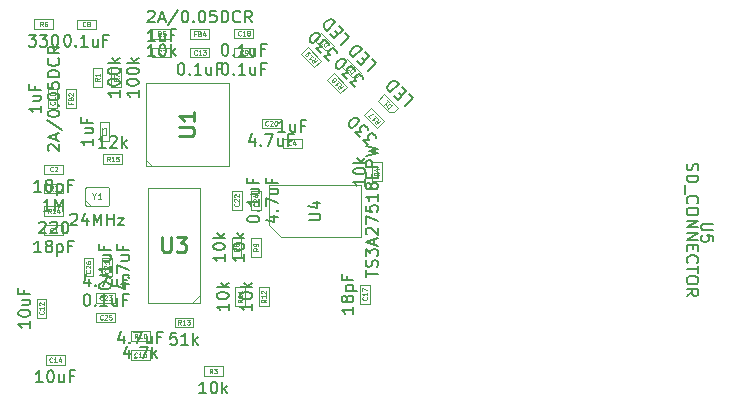
<source format=gbr>
%TF.GenerationSoftware,KiCad,Pcbnew,6.0.5-a6ca702e91~116~ubuntu20.04.1*%
%TF.CreationDate,2022-07-26T15:57:37+01:00*%
%TF.ProjectId,sd-mux,73642d6d-7578-42e6-9b69-6361645f7063,rev?*%
%TF.SameCoordinates,Original*%
%TF.FileFunction,AssemblyDrawing,Top*%
%FSLAX46Y46*%
G04 Gerber Fmt 4.6, Leading zero omitted, Abs format (unit mm)*
G04 Created by KiCad (PCBNEW 6.0.5-a6ca702e91~116~ubuntu20.04.1) date 2022-07-26 15:57:37*
%MOMM*%
%LPD*%
G01*
G04 APERTURE LIST*
%ADD10C,0.150000*%
%ADD11C,0.075000*%
%ADD12C,0.060000*%
%ADD13C,0.254000*%
%ADD14C,0.100000*%
G04 APERTURE END LIST*
D10*
%TO.C,Y1*%
X179438095Y-103922619D02*
X179485714Y-103875000D01*
X179580952Y-103827380D01*
X179819047Y-103827380D01*
X179914285Y-103875000D01*
X179961904Y-103922619D01*
X180009523Y-104017857D01*
X180009523Y-104113095D01*
X179961904Y-104255952D01*
X179390476Y-104827380D01*
X180009523Y-104827380D01*
X180866666Y-104160714D02*
X180866666Y-104827380D01*
X180628571Y-103779761D02*
X180390476Y-104494047D01*
X181009523Y-104494047D01*
X181390476Y-104827380D02*
X181390476Y-103827380D01*
X181723809Y-104541666D01*
X182057142Y-103827380D01*
X182057142Y-104827380D01*
X182533333Y-104827380D02*
X182533333Y-103827380D01*
X182533333Y-104303571D02*
X183104761Y-104303571D01*
X183104761Y-104827380D02*
X183104761Y-103827380D01*
X183485714Y-104160714D02*
X184009523Y-104160714D01*
X183485714Y-104827380D01*
X184009523Y-104827380D01*
D11*
X181461904Y-102363095D02*
X181461904Y-102601190D01*
X181295238Y-102101190D02*
X181461904Y-102363095D01*
X181628571Y-102101190D01*
X182057142Y-102601190D02*
X181771428Y-102601190D01*
X181914285Y-102601190D02*
X181914285Y-102101190D01*
X181866666Y-102172619D01*
X181819047Y-102220238D01*
X181771428Y-102244047D01*
D10*
%TO.C,D1*%
X208092460Y-93705371D02*
X208429177Y-94042088D01*
X207722071Y-94749195D01*
X207486368Y-93840058D02*
X207250666Y-93604355D01*
X207520040Y-93132951D02*
X207856758Y-93469668D01*
X207149651Y-94176775D01*
X206812933Y-93840058D01*
X207216994Y-92829905D02*
X206509887Y-93537012D01*
X206341529Y-93368653D01*
X206274185Y-93233966D01*
X206274185Y-93099279D01*
X206307857Y-92998264D01*
X206408872Y-92829905D01*
X206509887Y-92728890D01*
X206678246Y-92627874D01*
X206779261Y-92594203D01*
X206913948Y-92594203D01*
X207048635Y-92661546D01*
X207216994Y-92829905D01*
D12*
X206643564Y-94662659D02*
X206360721Y-94945501D01*
X206293378Y-94878158D01*
X206266440Y-94824283D01*
X206266440Y-94770408D01*
X206279909Y-94730002D01*
X206320315Y-94662659D01*
X206360721Y-94622253D01*
X206428065Y-94581846D01*
X206468471Y-94568378D01*
X206522346Y-94568378D01*
X206576221Y-94595315D01*
X206643564Y-94662659D01*
X206212566Y-94231660D02*
X206374190Y-94393285D01*
X206293378Y-94312472D02*
X206010535Y-94595315D01*
X206077879Y-94581846D01*
X206131753Y-94581847D01*
X206172159Y-94595315D01*
D10*
%TO.C,D2*%
X204960613Y-90748524D02*
X205297330Y-91085241D01*
X204590224Y-91792348D01*
X204354521Y-90883211D02*
X204118819Y-90647508D01*
X204388193Y-90176104D02*
X204724911Y-90512821D01*
X204017804Y-91219928D01*
X203681086Y-90883211D01*
X204085147Y-89873058D02*
X203378040Y-90580165D01*
X203209682Y-90411806D01*
X203142338Y-90277119D01*
X203142338Y-90142432D01*
X203176010Y-90041417D01*
X203277025Y-89873058D01*
X203378040Y-89772043D01*
X203546399Y-89671027D01*
X203647414Y-89637356D01*
X203782101Y-89637356D01*
X203916788Y-89704699D01*
X204085147Y-89873058D01*
D12*
X203511717Y-91705812D02*
X203228874Y-91988654D01*
X203161531Y-91921311D01*
X203134593Y-91867436D01*
X203134593Y-91813561D01*
X203148062Y-91773155D01*
X203188468Y-91705812D01*
X203228874Y-91665406D01*
X203296218Y-91624999D01*
X203336624Y-91611531D01*
X203390499Y-91611531D01*
X203444374Y-91638468D01*
X203511717Y-91705812D01*
X202986438Y-91692343D02*
X202959500Y-91692343D01*
X202919094Y-91678874D01*
X202851751Y-91611531D01*
X202838282Y-91571125D01*
X202838282Y-91544187D01*
X202851751Y-91503781D01*
X202878688Y-91476844D01*
X202932563Y-91449906D01*
X203255812Y-91449906D01*
X203080719Y-91274813D01*
D10*
%TO.C,D3*%
X202710613Y-88498524D02*
X203047330Y-88835241D01*
X202340224Y-89542348D01*
X202104521Y-88633211D02*
X201868819Y-88397508D01*
X202138193Y-87926104D02*
X202474911Y-88262821D01*
X201767804Y-88969928D01*
X201431086Y-88633211D01*
X201835147Y-87623058D02*
X201128040Y-88330165D01*
X200959682Y-88161806D01*
X200892338Y-88027119D01*
X200892338Y-87892432D01*
X200926010Y-87791417D01*
X201027025Y-87623058D01*
X201128040Y-87522043D01*
X201296399Y-87421027D01*
X201397414Y-87387356D01*
X201532101Y-87387356D01*
X201666788Y-87454699D01*
X201835147Y-87623058D01*
D12*
X201261717Y-89455812D02*
X200978874Y-89738654D01*
X200911531Y-89671311D01*
X200884593Y-89617436D01*
X200884593Y-89563561D01*
X200898062Y-89523155D01*
X200938468Y-89455812D01*
X200978874Y-89415406D01*
X201046218Y-89374999D01*
X201086624Y-89361531D01*
X201140499Y-89361531D01*
X201194374Y-89388468D01*
X201261717Y-89455812D01*
X200722969Y-89482749D02*
X200547876Y-89307656D01*
X200749906Y-89294187D01*
X200709500Y-89253781D01*
X200696032Y-89213375D01*
X200696032Y-89186438D01*
X200709500Y-89146032D01*
X200776844Y-89078688D01*
X200817250Y-89065219D01*
X200844187Y-89065219D01*
X200884593Y-89078688D01*
X200965406Y-89159500D01*
X200978874Y-89199906D01*
X200978874Y-89226844D01*
D10*
%TO.C,R4*%
X204397380Y-100895238D02*
X204397380Y-101466666D01*
X204397380Y-101180952D02*
X203397380Y-101180952D01*
X203540238Y-101276190D01*
X203635476Y-101371428D01*
X203683095Y-101466666D01*
X203397380Y-100276190D02*
X203397380Y-100180952D01*
X203445000Y-100085714D01*
X203492619Y-100038095D01*
X203587857Y-99990476D01*
X203778333Y-99942857D01*
X204016428Y-99942857D01*
X204206904Y-99990476D01*
X204302142Y-100038095D01*
X204349761Y-100085714D01*
X204397380Y-100180952D01*
X204397380Y-100276190D01*
X204349761Y-100371428D01*
X204302142Y-100419047D01*
X204206904Y-100466666D01*
X204016428Y-100514285D01*
X203778333Y-100514285D01*
X203587857Y-100466666D01*
X203492619Y-100419047D01*
X203445000Y-100371428D01*
X203397380Y-100276190D01*
X204397380Y-99514285D02*
X203397380Y-99514285D01*
X204016428Y-99419047D02*
X204397380Y-99133333D01*
X203730714Y-99133333D02*
X204111666Y-99514285D01*
D12*
X205555952Y-100366666D02*
X205365476Y-100500000D01*
X205555952Y-100595238D02*
X205155952Y-100595238D01*
X205155952Y-100442857D01*
X205175000Y-100404761D01*
X205194047Y-100385714D01*
X205232142Y-100366666D01*
X205289285Y-100366666D01*
X205327380Y-100385714D01*
X205346428Y-100404761D01*
X205365476Y-100442857D01*
X205365476Y-100595238D01*
X205289285Y-100023809D02*
X205555952Y-100023809D01*
X205136904Y-100119047D02*
X205422619Y-100214285D01*
X205422619Y-99966666D01*
D10*
%TO.C,R11*%
X192822380Y-111445238D02*
X192822380Y-112016666D01*
X192822380Y-111730952D02*
X191822380Y-111730952D01*
X191965238Y-111826190D01*
X192060476Y-111921428D01*
X192108095Y-112016666D01*
X191822380Y-110826190D02*
X191822380Y-110730952D01*
X191870000Y-110635714D01*
X191917619Y-110588095D01*
X192012857Y-110540476D01*
X192203333Y-110492857D01*
X192441428Y-110492857D01*
X192631904Y-110540476D01*
X192727142Y-110588095D01*
X192774761Y-110635714D01*
X192822380Y-110730952D01*
X192822380Y-110826190D01*
X192774761Y-110921428D01*
X192727142Y-110969047D01*
X192631904Y-111016666D01*
X192441428Y-111064285D01*
X192203333Y-111064285D01*
X192012857Y-111016666D01*
X191917619Y-110969047D01*
X191870000Y-110921428D01*
X191822380Y-110826190D01*
X192822380Y-110064285D02*
X191822380Y-110064285D01*
X192441428Y-109969047D02*
X192822380Y-109683333D01*
X192155714Y-109683333D02*
X192536666Y-110064285D01*
D12*
X193980952Y-111107142D02*
X193790476Y-111240476D01*
X193980952Y-111335714D02*
X193580952Y-111335714D01*
X193580952Y-111183333D01*
X193600000Y-111145238D01*
X193619047Y-111126190D01*
X193657142Y-111107142D01*
X193714285Y-111107142D01*
X193752380Y-111126190D01*
X193771428Y-111145238D01*
X193790476Y-111183333D01*
X193790476Y-111335714D01*
X193980952Y-110726190D02*
X193980952Y-110954761D01*
X193980952Y-110840476D02*
X193580952Y-110840476D01*
X193638095Y-110878571D01*
X193676190Y-110916666D01*
X193695238Y-110954761D01*
X193980952Y-110345238D02*
X193980952Y-110573809D01*
X193980952Y-110459523D02*
X193580952Y-110459523D01*
X193638095Y-110497619D01*
X193676190Y-110535714D01*
X193695238Y-110573809D01*
D10*
%TO.C,R13*%
X188407142Y-113932380D02*
X187930952Y-113932380D01*
X187883333Y-114408571D01*
X187930952Y-114360952D01*
X188026190Y-114313333D01*
X188264285Y-114313333D01*
X188359523Y-114360952D01*
X188407142Y-114408571D01*
X188454761Y-114503809D01*
X188454761Y-114741904D01*
X188407142Y-114837142D01*
X188359523Y-114884761D01*
X188264285Y-114932380D01*
X188026190Y-114932380D01*
X187930952Y-114884761D01*
X187883333Y-114837142D01*
X189407142Y-114932380D02*
X188835714Y-114932380D01*
X189121428Y-114932380D02*
X189121428Y-113932380D01*
X189026190Y-114075238D01*
X188930952Y-114170476D01*
X188835714Y-114218095D01*
X189835714Y-114932380D02*
X189835714Y-113932380D01*
X189930952Y-114551428D02*
X190216666Y-114932380D01*
X190216666Y-114265714D02*
X189835714Y-114646666D01*
D12*
X188792857Y-113230952D02*
X188659523Y-113040476D01*
X188564285Y-113230952D02*
X188564285Y-112830952D01*
X188716666Y-112830952D01*
X188754761Y-112850000D01*
X188773809Y-112869047D01*
X188792857Y-112907142D01*
X188792857Y-112964285D01*
X188773809Y-113002380D01*
X188754761Y-113021428D01*
X188716666Y-113040476D01*
X188564285Y-113040476D01*
X189173809Y-113230952D02*
X188945238Y-113230952D01*
X189059523Y-113230952D02*
X189059523Y-112830952D01*
X189021428Y-112888095D01*
X188983333Y-112926190D01*
X188945238Y-112945238D01*
X189307142Y-112830952D02*
X189554761Y-112830952D01*
X189421428Y-112983333D01*
X189478571Y-112983333D01*
X189516666Y-113002380D01*
X189535714Y-113021428D01*
X189554761Y-113059523D01*
X189554761Y-113154761D01*
X189535714Y-113192857D01*
X189516666Y-113211904D01*
X189478571Y-113230952D01*
X189364285Y-113230952D01*
X189326190Y-113211904D01*
X189307142Y-113192857D01*
D10*
%TO.C,R12*%
X194822380Y-111445238D02*
X194822380Y-112016666D01*
X194822380Y-111730952D02*
X193822380Y-111730952D01*
X193965238Y-111826190D01*
X194060476Y-111921428D01*
X194108095Y-112016666D01*
X193822380Y-110826190D02*
X193822380Y-110730952D01*
X193870000Y-110635714D01*
X193917619Y-110588095D01*
X194012857Y-110540476D01*
X194203333Y-110492857D01*
X194441428Y-110492857D01*
X194631904Y-110540476D01*
X194727142Y-110588095D01*
X194774761Y-110635714D01*
X194822380Y-110730952D01*
X194822380Y-110826190D01*
X194774761Y-110921428D01*
X194727142Y-110969047D01*
X194631904Y-111016666D01*
X194441428Y-111064285D01*
X194203333Y-111064285D01*
X194012857Y-111016666D01*
X193917619Y-110969047D01*
X193870000Y-110921428D01*
X193822380Y-110826190D01*
X194822380Y-110064285D02*
X193822380Y-110064285D01*
X194441428Y-109969047D02*
X194822380Y-109683333D01*
X194155714Y-109683333D02*
X194536666Y-110064285D01*
D12*
X195980952Y-111107142D02*
X195790476Y-111240476D01*
X195980952Y-111335714D02*
X195580952Y-111335714D01*
X195580952Y-111183333D01*
X195600000Y-111145238D01*
X195619047Y-111126190D01*
X195657142Y-111107142D01*
X195714285Y-111107142D01*
X195752380Y-111126190D01*
X195771428Y-111145238D01*
X195790476Y-111183333D01*
X195790476Y-111335714D01*
X195980952Y-110726190D02*
X195980952Y-110954761D01*
X195980952Y-110840476D02*
X195580952Y-110840476D01*
X195638095Y-110878571D01*
X195676190Y-110916666D01*
X195695238Y-110954761D01*
X195619047Y-110573809D02*
X195600000Y-110554761D01*
X195580952Y-110516666D01*
X195580952Y-110421428D01*
X195600000Y-110383333D01*
X195619047Y-110364285D01*
X195657142Y-110345238D01*
X195695238Y-110345238D01*
X195752380Y-110364285D01*
X195980952Y-110592857D01*
X195980952Y-110345238D01*
D10*
%TO.C,R14*%
X176786904Y-104602619D02*
X176834523Y-104555000D01*
X176929761Y-104507380D01*
X177167857Y-104507380D01*
X177263095Y-104555000D01*
X177310714Y-104602619D01*
X177358333Y-104697857D01*
X177358333Y-104793095D01*
X177310714Y-104935952D01*
X176739285Y-105507380D01*
X177358333Y-105507380D01*
X177739285Y-104602619D02*
X177786904Y-104555000D01*
X177882142Y-104507380D01*
X178120238Y-104507380D01*
X178215476Y-104555000D01*
X178263095Y-104602619D01*
X178310714Y-104697857D01*
X178310714Y-104793095D01*
X178263095Y-104935952D01*
X177691666Y-105507380D01*
X178310714Y-105507380D01*
X178929761Y-104507380D02*
X179025000Y-104507380D01*
X179120238Y-104555000D01*
X179167857Y-104602619D01*
X179215476Y-104697857D01*
X179263095Y-104888333D01*
X179263095Y-105126428D01*
X179215476Y-105316904D01*
X179167857Y-105412142D01*
X179120238Y-105459761D01*
X179025000Y-105507380D01*
X178929761Y-105507380D01*
X178834523Y-105459761D01*
X178786904Y-105412142D01*
X178739285Y-105316904D01*
X178691666Y-105126428D01*
X178691666Y-104888333D01*
X178739285Y-104697857D01*
X178786904Y-104602619D01*
X178834523Y-104555000D01*
X178929761Y-104507380D01*
D12*
X177767857Y-103805952D02*
X177634523Y-103615476D01*
X177539285Y-103805952D02*
X177539285Y-103405952D01*
X177691666Y-103405952D01*
X177729761Y-103425000D01*
X177748809Y-103444047D01*
X177767857Y-103482142D01*
X177767857Y-103539285D01*
X177748809Y-103577380D01*
X177729761Y-103596428D01*
X177691666Y-103615476D01*
X177539285Y-103615476D01*
X178148809Y-103805952D02*
X177920238Y-103805952D01*
X178034523Y-103805952D02*
X178034523Y-103405952D01*
X177996428Y-103463095D01*
X177958333Y-103501190D01*
X177920238Y-103520238D01*
X178491666Y-103539285D02*
X178491666Y-103805952D01*
X178396428Y-103386904D02*
X178301190Y-103672619D01*
X178548809Y-103672619D01*
D10*
%TO.C,R19*%
X201333075Y-90885199D02*
X200895342Y-90447466D01*
X201400418Y-90413794D01*
X201299403Y-90312779D01*
X201265731Y-90211764D01*
X201265731Y-90144420D01*
X201299403Y-90043405D01*
X201467762Y-89875046D01*
X201568777Y-89841375D01*
X201636120Y-89841375D01*
X201737136Y-89875046D01*
X201939166Y-90077077D01*
X201972838Y-90178092D01*
X201972838Y-90245436D01*
X200659640Y-90211764D02*
X200221907Y-89774031D01*
X200726983Y-89740359D01*
X200625968Y-89639344D01*
X200592296Y-89538329D01*
X200592296Y-89470985D01*
X200625968Y-89369970D01*
X200794327Y-89201611D01*
X200895342Y-89167940D01*
X200962685Y-89167940D01*
X201063701Y-89201611D01*
X201265731Y-89403642D01*
X201299403Y-89504657D01*
X201299403Y-89572001D01*
X199784174Y-89336298D02*
X199716831Y-89268955D01*
X199683159Y-89167940D01*
X199683159Y-89100596D01*
X199716831Y-88999581D01*
X199817846Y-88831222D01*
X199986205Y-88662863D01*
X200154563Y-88561848D01*
X200255579Y-88528176D01*
X200322922Y-88528176D01*
X200423937Y-88561848D01*
X200491281Y-88629192D01*
X200524953Y-88730207D01*
X200524953Y-88797550D01*
X200491281Y-88898566D01*
X200390266Y-89066924D01*
X200221907Y-89235283D01*
X200053548Y-89336298D01*
X199952533Y-89369970D01*
X199885189Y-89369970D01*
X199784174Y-89336298D01*
D12*
X200109780Y-90653874D02*
X200069374Y-90882842D01*
X200271404Y-90815499D02*
X199988561Y-91098341D01*
X199880812Y-90990592D01*
X199867343Y-90950186D01*
X199867343Y-90923248D01*
X199880812Y-90882842D01*
X199921218Y-90842436D01*
X199961624Y-90828967D01*
X199988561Y-90828967D01*
X200028967Y-90842436D01*
X200136717Y-90950186D01*
X199840406Y-90384500D02*
X200002030Y-90546125D01*
X199921218Y-90465312D02*
X199638375Y-90748155D01*
X199705719Y-90734687D01*
X199759593Y-90734687D01*
X199800000Y-90748155D01*
X199705719Y-90249813D02*
X199651844Y-90195938D01*
X199611438Y-90182470D01*
X199584500Y-90182470D01*
X199517157Y-90195938D01*
X199449813Y-90236345D01*
X199342064Y-90344094D01*
X199328595Y-90384500D01*
X199328595Y-90411438D01*
X199342064Y-90451844D01*
X199395938Y-90505719D01*
X199436345Y-90519187D01*
X199463282Y-90519187D01*
X199503688Y-90505719D01*
X199571032Y-90438375D01*
X199584500Y-90397969D01*
X199584500Y-90371032D01*
X199571032Y-90330625D01*
X199517157Y-90276751D01*
X199476751Y-90263282D01*
X199449813Y-90263282D01*
X199409407Y-90276751D01*
D10*
%TO.C,R5*%
X186579761Y-90507380D02*
X186008333Y-90507380D01*
X186294047Y-90507380D02*
X186294047Y-89507380D01*
X186198809Y-89650238D01*
X186103571Y-89745476D01*
X186008333Y-89793095D01*
X187198809Y-89507380D02*
X187294047Y-89507380D01*
X187389285Y-89555000D01*
X187436904Y-89602619D01*
X187484523Y-89697857D01*
X187532142Y-89888333D01*
X187532142Y-90126428D01*
X187484523Y-90316904D01*
X187436904Y-90412142D01*
X187389285Y-90459761D01*
X187294047Y-90507380D01*
X187198809Y-90507380D01*
X187103571Y-90459761D01*
X187055952Y-90412142D01*
X187008333Y-90316904D01*
X186960714Y-90126428D01*
X186960714Y-89888333D01*
X187008333Y-89697857D01*
X187055952Y-89602619D01*
X187103571Y-89555000D01*
X187198809Y-89507380D01*
X187960714Y-90507380D02*
X187960714Y-89507380D01*
X188055952Y-90126428D02*
X188341666Y-90507380D01*
X188341666Y-89840714D02*
X187960714Y-90221666D01*
D12*
X187108333Y-88805952D02*
X186975000Y-88615476D01*
X186879761Y-88805952D02*
X186879761Y-88405952D01*
X187032142Y-88405952D01*
X187070238Y-88425000D01*
X187089285Y-88444047D01*
X187108333Y-88482142D01*
X187108333Y-88539285D01*
X187089285Y-88577380D01*
X187070238Y-88596428D01*
X187032142Y-88615476D01*
X186879761Y-88615476D01*
X187470238Y-88405952D02*
X187279761Y-88405952D01*
X187260714Y-88596428D01*
X187279761Y-88577380D01*
X187317857Y-88558333D01*
X187413095Y-88558333D01*
X187451190Y-88577380D01*
X187470238Y-88596428D01*
X187489285Y-88634523D01*
X187489285Y-88729761D01*
X187470238Y-88767857D01*
X187451190Y-88786904D01*
X187413095Y-88805952D01*
X187317857Y-88805952D01*
X187279761Y-88786904D01*
X187260714Y-88767857D01*
D10*
%TO.C,R6*%
X175889285Y-88682380D02*
X176508333Y-88682380D01*
X176175000Y-89063333D01*
X176317857Y-89063333D01*
X176413095Y-89110952D01*
X176460714Y-89158571D01*
X176508333Y-89253809D01*
X176508333Y-89491904D01*
X176460714Y-89587142D01*
X176413095Y-89634761D01*
X176317857Y-89682380D01*
X176032142Y-89682380D01*
X175936904Y-89634761D01*
X175889285Y-89587142D01*
X176841666Y-88682380D02*
X177460714Y-88682380D01*
X177127380Y-89063333D01*
X177270238Y-89063333D01*
X177365476Y-89110952D01*
X177413095Y-89158571D01*
X177460714Y-89253809D01*
X177460714Y-89491904D01*
X177413095Y-89587142D01*
X177365476Y-89634761D01*
X177270238Y-89682380D01*
X176984523Y-89682380D01*
X176889285Y-89634761D01*
X176841666Y-89587142D01*
X178079761Y-88682380D02*
X178175000Y-88682380D01*
X178270238Y-88730000D01*
X178317857Y-88777619D01*
X178365476Y-88872857D01*
X178413095Y-89063333D01*
X178413095Y-89301428D01*
X178365476Y-89491904D01*
X178317857Y-89587142D01*
X178270238Y-89634761D01*
X178175000Y-89682380D01*
X178079761Y-89682380D01*
X177984523Y-89634761D01*
X177936904Y-89587142D01*
X177889285Y-89491904D01*
X177841666Y-89301428D01*
X177841666Y-89063333D01*
X177889285Y-88872857D01*
X177936904Y-88777619D01*
X177984523Y-88730000D01*
X178079761Y-88682380D01*
D12*
X177108333Y-87980952D02*
X176975000Y-87790476D01*
X176879761Y-87980952D02*
X176879761Y-87580952D01*
X177032142Y-87580952D01*
X177070238Y-87600000D01*
X177089285Y-87619047D01*
X177108333Y-87657142D01*
X177108333Y-87714285D01*
X177089285Y-87752380D01*
X177070238Y-87771428D01*
X177032142Y-87790476D01*
X176879761Y-87790476D01*
X177451190Y-87580952D02*
X177375000Y-87580952D01*
X177336904Y-87600000D01*
X177317857Y-87619047D01*
X177279761Y-87676190D01*
X177260714Y-87752380D01*
X177260714Y-87904761D01*
X177279761Y-87942857D01*
X177298809Y-87961904D01*
X177336904Y-87980952D01*
X177413095Y-87980952D01*
X177451190Y-87961904D01*
X177470238Y-87942857D01*
X177489285Y-87904761D01*
X177489285Y-87809523D01*
X177470238Y-87771428D01*
X177451190Y-87752380D01*
X177413095Y-87733333D01*
X177336904Y-87733333D01*
X177298809Y-87752380D01*
X177279761Y-87771428D01*
X177260714Y-87809523D01*
D10*
%TO.C,R17*%
X204660749Y-98057525D02*
X204223016Y-97619792D01*
X204728092Y-97586120D01*
X204627077Y-97485105D01*
X204593405Y-97384090D01*
X204593405Y-97316746D01*
X204627077Y-97215731D01*
X204795436Y-97047372D01*
X204896451Y-97013701D01*
X204963794Y-97013701D01*
X205064810Y-97047372D01*
X205266840Y-97249403D01*
X205300512Y-97350418D01*
X205300512Y-97417762D01*
X203987314Y-97384090D02*
X203549581Y-96946357D01*
X204054657Y-96912685D01*
X203953642Y-96811670D01*
X203919970Y-96710655D01*
X203919970Y-96643311D01*
X203953642Y-96542296D01*
X204122001Y-96373937D01*
X204223016Y-96340266D01*
X204290359Y-96340266D01*
X204391375Y-96373937D01*
X204593405Y-96575968D01*
X204627077Y-96676983D01*
X204627077Y-96744327D01*
X203111848Y-96508624D02*
X203044505Y-96441281D01*
X203010833Y-96340266D01*
X203010833Y-96272922D01*
X203044505Y-96171907D01*
X203145520Y-96003548D01*
X203313879Y-95835189D01*
X203482237Y-95734174D01*
X203583253Y-95700502D01*
X203650596Y-95700502D01*
X203751611Y-95734174D01*
X203818955Y-95801518D01*
X203852627Y-95902533D01*
X203852627Y-95969876D01*
X203818955Y-96070892D01*
X203717940Y-96239250D01*
X203549581Y-96407609D01*
X203381222Y-96508624D01*
X203280207Y-96542296D01*
X203212863Y-96542296D01*
X203111848Y-96508624D01*
D12*
X205459780Y-95803874D02*
X205419374Y-96032842D01*
X205621404Y-95965499D02*
X205338561Y-96248341D01*
X205230812Y-96140592D01*
X205217343Y-96100186D01*
X205217343Y-96073248D01*
X205230812Y-96032842D01*
X205271218Y-95992436D01*
X205311624Y-95978967D01*
X205338561Y-95978967D01*
X205378967Y-95992436D01*
X205486717Y-96100186D01*
X205190406Y-95534500D02*
X205352030Y-95696125D01*
X205271218Y-95615312D02*
X204988375Y-95898155D01*
X205055719Y-95884687D01*
X205109593Y-95884687D01*
X205150000Y-95898155D01*
X204813282Y-95723062D02*
X204624720Y-95534500D01*
X205028781Y-95372876D01*
D10*
%TO.C,R3*%
X190929761Y-119057380D02*
X190358333Y-119057380D01*
X190644047Y-119057380D02*
X190644047Y-118057380D01*
X190548809Y-118200238D01*
X190453571Y-118295476D01*
X190358333Y-118343095D01*
X191548809Y-118057380D02*
X191644047Y-118057380D01*
X191739285Y-118105000D01*
X191786904Y-118152619D01*
X191834523Y-118247857D01*
X191882142Y-118438333D01*
X191882142Y-118676428D01*
X191834523Y-118866904D01*
X191786904Y-118962142D01*
X191739285Y-119009761D01*
X191644047Y-119057380D01*
X191548809Y-119057380D01*
X191453571Y-119009761D01*
X191405952Y-118962142D01*
X191358333Y-118866904D01*
X191310714Y-118676428D01*
X191310714Y-118438333D01*
X191358333Y-118247857D01*
X191405952Y-118152619D01*
X191453571Y-118105000D01*
X191548809Y-118057380D01*
X192310714Y-119057380D02*
X192310714Y-118057380D01*
X192405952Y-118676428D02*
X192691666Y-119057380D01*
X192691666Y-118390714D02*
X192310714Y-118771666D01*
D12*
X191458333Y-117355952D02*
X191325000Y-117165476D01*
X191229761Y-117355952D02*
X191229761Y-116955952D01*
X191382142Y-116955952D01*
X191420238Y-116975000D01*
X191439285Y-116994047D01*
X191458333Y-117032142D01*
X191458333Y-117089285D01*
X191439285Y-117127380D01*
X191420238Y-117146428D01*
X191382142Y-117165476D01*
X191229761Y-117165476D01*
X191591666Y-116955952D02*
X191839285Y-116955952D01*
X191705952Y-117108333D01*
X191763095Y-117108333D01*
X191801190Y-117127380D01*
X191820238Y-117146428D01*
X191839285Y-117184523D01*
X191839285Y-117279761D01*
X191820238Y-117317857D01*
X191801190Y-117336904D01*
X191763095Y-117355952D01*
X191648809Y-117355952D01*
X191610714Y-117336904D01*
X191591666Y-117317857D01*
D10*
%TO.C,R15*%
X182429761Y-98247380D02*
X181858333Y-98247380D01*
X182144047Y-98247380D02*
X182144047Y-97247380D01*
X182048809Y-97390238D01*
X181953571Y-97485476D01*
X181858333Y-97533095D01*
X182810714Y-97342619D02*
X182858333Y-97295000D01*
X182953571Y-97247380D01*
X183191666Y-97247380D01*
X183286904Y-97295000D01*
X183334523Y-97342619D01*
X183382142Y-97437857D01*
X183382142Y-97533095D01*
X183334523Y-97675952D01*
X182763095Y-98247380D01*
X183382142Y-98247380D01*
X183810714Y-98247380D02*
X183810714Y-97247380D01*
X183905952Y-97866428D02*
X184191666Y-98247380D01*
X184191666Y-97580714D02*
X183810714Y-97961666D01*
D12*
X182767857Y-99405952D02*
X182634523Y-99215476D01*
X182539285Y-99405952D02*
X182539285Y-99005952D01*
X182691666Y-99005952D01*
X182729761Y-99025000D01*
X182748809Y-99044047D01*
X182767857Y-99082142D01*
X182767857Y-99139285D01*
X182748809Y-99177380D01*
X182729761Y-99196428D01*
X182691666Y-99215476D01*
X182539285Y-99215476D01*
X183148809Y-99405952D02*
X182920238Y-99405952D01*
X183034523Y-99405952D02*
X183034523Y-99005952D01*
X182996428Y-99063095D01*
X182958333Y-99101190D01*
X182920238Y-99120238D01*
X183510714Y-99005952D02*
X183320238Y-99005952D01*
X183301190Y-99196428D01*
X183320238Y-99177380D01*
X183358333Y-99158333D01*
X183453571Y-99158333D01*
X183491666Y-99177380D01*
X183510714Y-99196428D01*
X183529761Y-99234523D01*
X183529761Y-99329761D01*
X183510714Y-99367857D01*
X183491666Y-99386904D01*
X183453571Y-99405952D01*
X183358333Y-99405952D01*
X183320238Y-99386904D01*
X183301190Y-99367857D01*
D10*
%TO.C,R7*%
X185207380Y-93371428D02*
X185207380Y-93942857D01*
X185207380Y-93657142D02*
X184207380Y-93657142D01*
X184350238Y-93752380D01*
X184445476Y-93847619D01*
X184493095Y-93942857D01*
X184207380Y-92752380D02*
X184207380Y-92657142D01*
X184255000Y-92561904D01*
X184302619Y-92514285D01*
X184397857Y-92466666D01*
X184588333Y-92419047D01*
X184826428Y-92419047D01*
X185016904Y-92466666D01*
X185112142Y-92514285D01*
X185159761Y-92561904D01*
X185207380Y-92657142D01*
X185207380Y-92752380D01*
X185159761Y-92847619D01*
X185112142Y-92895238D01*
X185016904Y-92942857D01*
X184826428Y-92990476D01*
X184588333Y-92990476D01*
X184397857Y-92942857D01*
X184302619Y-92895238D01*
X184255000Y-92847619D01*
X184207380Y-92752380D01*
X184207380Y-91800000D02*
X184207380Y-91704761D01*
X184255000Y-91609523D01*
X184302619Y-91561904D01*
X184397857Y-91514285D01*
X184588333Y-91466666D01*
X184826428Y-91466666D01*
X185016904Y-91514285D01*
X185112142Y-91561904D01*
X185159761Y-91609523D01*
X185207380Y-91704761D01*
X185207380Y-91800000D01*
X185159761Y-91895238D01*
X185112142Y-91942857D01*
X185016904Y-91990476D01*
X184826428Y-92038095D01*
X184588333Y-92038095D01*
X184397857Y-91990476D01*
X184302619Y-91942857D01*
X184255000Y-91895238D01*
X184207380Y-91800000D01*
X185207380Y-91038095D02*
X184207380Y-91038095D01*
X184826428Y-90942857D02*
X185207380Y-90657142D01*
X184540714Y-90657142D02*
X184921666Y-91038095D01*
D12*
X183505952Y-92366666D02*
X183315476Y-92500000D01*
X183505952Y-92595238D02*
X183105952Y-92595238D01*
X183105952Y-92442857D01*
X183125000Y-92404761D01*
X183144047Y-92385714D01*
X183182142Y-92366666D01*
X183239285Y-92366666D01*
X183277380Y-92385714D01*
X183296428Y-92404761D01*
X183315476Y-92442857D01*
X183315476Y-92595238D01*
X183105952Y-92233333D02*
X183105952Y-91966666D01*
X183505952Y-92138095D01*
D10*
%TO.C,FB2*%
X177592619Y-98504761D02*
X177545000Y-98457142D01*
X177497380Y-98361904D01*
X177497380Y-98123809D01*
X177545000Y-98028571D01*
X177592619Y-97980952D01*
X177687857Y-97933333D01*
X177783095Y-97933333D01*
X177925952Y-97980952D01*
X178497380Y-98552380D01*
X178497380Y-97933333D01*
X178211666Y-97552380D02*
X178211666Y-97076190D01*
X178497380Y-97647619D02*
X177497380Y-97314285D01*
X178497380Y-96980952D01*
X177449761Y-95933333D02*
X178735476Y-96790476D01*
X177497380Y-95409523D02*
X177497380Y-95314285D01*
X177545000Y-95219047D01*
X177592619Y-95171428D01*
X177687857Y-95123809D01*
X177878333Y-95076190D01*
X178116428Y-95076190D01*
X178306904Y-95123809D01*
X178402142Y-95171428D01*
X178449761Y-95219047D01*
X178497380Y-95314285D01*
X178497380Y-95409523D01*
X178449761Y-95504761D01*
X178402142Y-95552380D01*
X178306904Y-95600000D01*
X178116428Y-95647619D01*
X177878333Y-95647619D01*
X177687857Y-95600000D01*
X177592619Y-95552380D01*
X177545000Y-95504761D01*
X177497380Y-95409523D01*
X178402142Y-94647619D02*
X178449761Y-94600000D01*
X178497380Y-94647619D01*
X178449761Y-94695238D01*
X178402142Y-94647619D01*
X178497380Y-94647619D01*
X177497380Y-93980952D02*
X177497380Y-93885714D01*
X177545000Y-93790476D01*
X177592619Y-93742857D01*
X177687857Y-93695238D01*
X177878333Y-93647619D01*
X178116428Y-93647619D01*
X178306904Y-93695238D01*
X178402142Y-93742857D01*
X178449761Y-93790476D01*
X178497380Y-93885714D01*
X178497380Y-93980952D01*
X178449761Y-94076190D01*
X178402142Y-94123809D01*
X178306904Y-94171428D01*
X178116428Y-94219047D01*
X177878333Y-94219047D01*
X177687857Y-94171428D01*
X177592619Y-94123809D01*
X177545000Y-94076190D01*
X177497380Y-93980952D01*
X177497380Y-92742857D02*
X177497380Y-93219047D01*
X177973571Y-93266666D01*
X177925952Y-93219047D01*
X177878333Y-93123809D01*
X177878333Y-92885714D01*
X177925952Y-92790476D01*
X177973571Y-92742857D01*
X178068809Y-92695238D01*
X178306904Y-92695238D01*
X178402142Y-92742857D01*
X178449761Y-92790476D01*
X178497380Y-92885714D01*
X178497380Y-93123809D01*
X178449761Y-93219047D01*
X178402142Y-93266666D01*
X178497380Y-92266666D02*
X177497380Y-92266666D01*
X177497380Y-92028571D01*
X177545000Y-91885714D01*
X177640238Y-91790476D01*
X177735476Y-91742857D01*
X177925952Y-91695238D01*
X178068809Y-91695238D01*
X178259285Y-91742857D01*
X178354523Y-91790476D01*
X178449761Y-91885714D01*
X178497380Y-92028571D01*
X178497380Y-92266666D01*
X178402142Y-90695238D02*
X178449761Y-90742857D01*
X178497380Y-90885714D01*
X178497380Y-90980952D01*
X178449761Y-91123809D01*
X178354523Y-91219047D01*
X178259285Y-91266666D01*
X178068809Y-91314285D01*
X177925952Y-91314285D01*
X177735476Y-91266666D01*
X177640238Y-91219047D01*
X177545000Y-91123809D01*
X177497380Y-90980952D01*
X177497380Y-90885714D01*
X177545000Y-90742857D01*
X177592619Y-90695238D01*
X178497380Y-89695238D02*
X178021190Y-90028571D01*
X178497380Y-90266666D02*
X177497380Y-90266666D01*
X177497380Y-89885714D01*
X177545000Y-89790476D01*
X177592619Y-89742857D01*
X177687857Y-89695238D01*
X177830714Y-89695238D01*
X177925952Y-89742857D01*
X177973571Y-89790476D01*
X178021190Y-89885714D01*
X178021190Y-90266666D01*
D12*
X179446428Y-94433333D02*
X179446428Y-94566666D01*
X179655952Y-94566666D02*
X179255952Y-94566666D01*
X179255952Y-94376190D01*
X179446428Y-94090476D02*
X179465476Y-94033333D01*
X179484523Y-94014285D01*
X179522619Y-93995238D01*
X179579761Y-93995238D01*
X179617857Y-94014285D01*
X179636904Y-94033333D01*
X179655952Y-94071428D01*
X179655952Y-94223809D01*
X179255952Y-94223809D01*
X179255952Y-94090476D01*
X179275000Y-94052380D01*
X179294047Y-94033333D01*
X179332142Y-94014285D01*
X179370238Y-94014285D01*
X179408333Y-94033333D01*
X179427380Y-94052380D01*
X179446428Y-94090476D01*
X179446428Y-94223809D01*
X179294047Y-93842857D02*
X179275000Y-93823809D01*
X179255952Y-93785714D01*
X179255952Y-93690476D01*
X179275000Y-93652380D01*
X179294047Y-93633333D01*
X179332142Y-93614285D01*
X179370238Y-93614285D01*
X179427380Y-93633333D01*
X179655952Y-93861904D01*
X179655952Y-93614285D01*
D10*
%TO.C,FB4*%
X185995238Y-86742619D02*
X186042857Y-86695000D01*
X186138095Y-86647380D01*
X186376190Y-86647380D01*
X186471428Y-86695000D01*
X186519047Y-86742619D01*
X186566666Y-86837857D01*
X186566666Y-86933095D01*
X186519047Y-87075952D01*
X185947619Y-87647380D01*
X186566666Y-87647380D01*
X186947619Y-87361666D02*
X187423809Y-87361666D01*
X186852380Y-87647380D02*
X187185714Y-86647380D01*
X187519047Y-87647380D01*
X188566666Y-86599761D02*
X187709523Y-87885476D01*
X189090476Y-86647380D02*
X189185714Y-86647380D01*
X189280952Y-86695000D01*
X189328571Y-86742619D01*
X189376190Y-86837857D01*
X189423809Y-87028333D01*
X189423809Y-87266428D01*
X189376190Y-87456904D01*
X189328571Y-87552142D01*
X189280952Y-87599761D01*
X189185714Y-87647380D01*
X189090476Y-87647380D01*
X188995238Y-87599761D01*
X188947619Y-87552142D01*
X188900000Y-87456904D01*
X188852380Y-87266428D01*
X188852380Y-87028333D01*
X188900000Y-86837857D01*
X188947619Y-86742619D01*
X188995238Y-86695000D01*
X189090476Y-86647380D01*
X189852380Y-87552142D02*
X189900000Y-87599761D01*
X189852380Y-87647380D01*
X189804761Y-87599761D01*
X189852380Y-87552142D01*
X189852380Y-87647380D01*
X190519047Y-86647380D02*
X190614285Y-86647380D01*
X190709523Y-86695000D01*
X190757142Y-86742619D01*
X190804761Y-86837857D01*
X190852380Y-87028333D01*
X190852380Y-87266428D01*
X190804761Y-87456904D01*
X190757142Y-87552142D01*
X190709523Y-87599761D01*
X190614285Y-87647380D01*
X190519047Y-87647380D01*
X190423809Y-87599761D01*
X190376190Y-87552142D01*
X190328571Y-87456904D01*
X190280952Y-87266428D01*
X190280952Y-87028333D01*
X190328571Y-86837857D01*
X190376190Y-86742619D01*
X190423809Y-86695000D01*
X190519047Y-86647380D01*
X191757142Y-86647380D02*
X191280952Y-86647380D01*
X191233333Y-87123571D01*
X191280952Y-87075952D01*
X191376190Y-87028333D01*
X191614285Y-87028333D01*
X191709523Y-87075952D01*
X191757142Y-87123571D01*
X191804761Y-87218809D01*
X191804761Y-87456904D01*
X191757142Y-87552142D01*
X191709523Y-87599761D01*
X191614285Y-87647380D01*
X191376190Y-87647380D01*
X191280952Y-87599761D01*
X191233333Y-87552142D01*
X192233333Y-87647380D02*
X192233333Y-86647380D01*
X192471428Y-86647380D01*
X192614285Y-86695000D01*
X192709523Y-86790238D01*
X192757142Y-86885476D01*
X192804761Y-87075952D01*
X192804761Y-87218809D01*
X192757142Y-87409285D01*
X192709523Y-87504523D01*
X192614285Y-87599761D01*
X192471428Y-87647380D01*
X192233333Y-87647380D01*
X193804761Y-87552142D02*
X193757142Y-87599761D01*
X193614285Y-87647380D01*
X193519047Y-87647380D01*
X193376190Y-87599761D01*
X193280952Y-87504523D01*
X193233333Y-87409285D01*
X193185714Y-87218809D01*
X193185714Y-87075952D01*
X193233333Y-86885476D01*
X193280952Y-86790238D01*
X193376190Y-86695000D01*
X193519047Y-86647380D01*
X193614285Y-86647380D01*
X193757142Y-86695000D01*
X193804761Y-86742619D01*
X194804761Y-87647380D02*
X194471428Y-87171190D01*
X194233333Y-87647380D02*
X194233333Y-86647380D01*
X194614285Y-86647380D01*
X194709523Y-86695000D01*
X194757142Y-86742619D01*
X194804761Y-86837857D01*
X194804761Y-86980714D01*
X194757142Y-87075952D01*
X194709523Y-87123571D01*
X194614285Y-87171190D01*
X194233333Y-87171190D01*
D12*
X190066666Y-88596428D02*
X189933333Y-88596428D01*
X189933333Y-88805952D02*
X189933333Y-88405952D01*
X190123809Y-88405952D01*
X190409523Y-88596428D02*
X190466666Y-88615476D01*
X190485714Y-88634523D01*
X190504761Y-88672619D01*
X190504761Y-88729761D01*
X190485714Y-88767857D01*
X190466666Y-88786904D01*
X190428571Y-88805952D01*
X190276190Y-88805952D01*
X190276190Y-88405952D01*
X190409523Y-88405952D01*
X190447619Y-88425000D01*
X190466666Y-88444047D01*
X190485714Y-88482142D01*
X190485714Y-88520238D01*
X190466666Y-88558333D01*
X190447619Y-88577380D01*
X190409523Y-88596428D01*
X190276190Y-88596428D01*
X190847619Y-88539285D02*
X190847619Y-88805952D01*
X190752380Y-88386904D02*
X190657142Y-88672619D01*
X190904761Y-88672619D01*
D10*
%TO.C,R9*%
X194172380Y-107270238D02*
X194172380Y-107841666D01*
X194172380Y-107555952D02*
X193172380Y-107555952D01*
X193315238Y-107651190D01*
X193410476Y-107746428D01*
X193458095Y-107841666D01*
X193172380Y-106651190D02*
X193172380Y-106555952D01*
X193220000Y-106460714D01*
X193267619Y-106413095D01*
X193362857Y-106365476D01*
X193553333Y-106317857D01*
X193791428Y-106317857D01*
X193981904Y-106365476D01*
X194077142Y-106413095D01*
X194124761Y-106460714D01*
X194172380Y-106555952D01*
X194172380Y-106651190D01*
X194124761Y-106746428D01*
X194077142Y-106794047D01*
X193981904Y-106841666D01*
X193791428Y-106889285D01*
X193553333Y-106889285D01*
X193362857Y-106841666D01*
X193267619Y-106794047D01*
X193220000Y-106746428D01*
X193172380Y-106651190D01*
X194172380Y-105889285D02*
X193172380Y-105889285D01*
X193791428Y-105794047D02*
X194172380Y-105508333D01*
X193505714Y-105508333D02*
X193886666Y-105889285D01*
D12*
X195330952Y-106741666D02*
X195140476Y-106875000D01*
X195330952Y-106970238D02*
X194930952Y-106970238D01*
X194930952Y-106817857D01*
X194950000Y-106779761D01*
X194969047Y-106760714D01*
X195007142Y-106741666D01*
X195064285Y-106741666D01*
X195102380Y-106760714D01*
X195121428Y-106779761D01*
X195140476Y-106817857D01*
X195140476Y-106970238D01*
X195330952Y-106551190D02*
X195330952Y-106475000D01*
X195311904Y-106436904D01*
X195292857Y-106417857D01*
X195235714Y-106379761D01*
X195159523Y-106360714D01*
X195007142Y-106360714D01*
X194969047Y-106379761D01*
X194950000Y-106398809D01*
X194930952Y-106436904D01*
X194930952Y-106513095D01*
X194950000Y-106551190D01*
X194969047Y-106570238D01*
X195007142Y-106589285D01*
X195102380Y-106589285D01*
X195140476Y-106570238D01*
X195159523Y-106551190D01*
X195178571Y-106513095D01*
X195178571Y-106436904D01*
X195159523Y-106398809D01*
X195140476Y-106379761D01*
X195102380Y-106360714D01*
D10*
%TO.C,R8*%
X192522380Y-107270238D02*
X192522380Y-107841666D01*
X192522380Y-107555952D02*
X191522380Y-107555952D01*
X191665238Y-107651190D01*
X191760476Y-107746428D01*
X191808095Y-107841666D01*
X191522380Y-106651190D02*
X191522380Y-106555952D01*
X191570000Y-106460714D01*
X191617619Y-106413095D01*
X191712857Y-106365476D01*
X191903333Y-106317857D01*
X192141428Y-106317857D01*
X192331904Y-106365476D01*
X192427142Y-106413095D01*
X192474761Y-106460714D01*
X192522380Y-106555952D01*
X192522380Y-106651190D01*
X192474761Y-106746428D01*
X192427142Y-106794047D01*
X192331904Y-106841666D01*
X192141428Y-106889285D01*
X191903333Y-106889285D01*
X191712857Y-106841666D01*
X191617619Y-106794047D01*
X191570000Y-106746428D01*
X191522380Y-106651190D01*
X192522380Y-105889285D02*
X191522380Y-105889285D01*
X192141428Y-105794047D02*
X192522380Y-105508333D01*
X191855714Y-105508333D02*
X192236666Y-105889285D01*
D12*
X193680952Y-106741666D02*
X193490476Y-106875000D01*
X193680952Y-106970238D02*
X193280952Y-106970238D01*
X193280952Y-106817857D01*
X193300000Y-106779761D01*
X193319047Y-106760714D01*
X193357142Y-106741666D01*
X193414285Y-106741666D01*
X193452380Y-106760714D01*
X193471428Y-106779761D01*
X193490476Y-106817857D01*
X193490476Y-106970238D01*
X193452380Y-106513095D02*
X193433333Y-106551190D01*
X193414285Y-106570238D01*
X193376190Y-106589285D01*
X193357142Y-106589285D01*
X193319047Y-106570238D01*
X193300000Y-106551190D01*
X193280952Y-106513095D01*
X193280952Y-106436904D01*
X193300000Y-106398809D01*
X193319047Y-106379761D01*
X193357142Y-106360714D01*
X193376190Y-106360714D01*
X193414285Y-106379761D01*
X193433333Y-106398809D01*
X193452380Y-106436904D01*
X193452380Y-106513095D01*
X193471428Y-106551190D01*
X193490476Y-106570238D01*
X193528571Y-106589285D01*
X193604761Y-106589285D01*
X193642857Y-106570238D01*
X193661904Y-106551190D01*
X193680952Y-106513095D01*
X193680952Y-106436904D01*
X193661904Y-106398809D01*
X193642857Y-106379761D01*
X193604761Y-106360714D01*
X193528571Y-106360714D01*
X193490476Y-106379761D01*
X193471428Y-106398809D01*
X193452380Y-106436904D01*
D10*
%TO.C,R10*%
X184421428Y-115415714D02*
X184421428Y-116082380D01*
X184183333Y-115034761D02*
X183945238Y-115749047D01*
X184564285Y-115749047D01*
X184945238Y-115987142D02*
X184992857Y-116034761D01*
X184945238Y-116082380D01*
X184897619Y-116034761D01*
X184945238Y-115987142D01*
X184945238Y-116082380D01*
X185326190Y-115082380D02*
X185992857Y-115082380D01*
X185564285Y-116082380D01*
X186373809Y-116082380D02*
X186373809Y-115082380D01*
X186469047Y-115701428D02*
X186754761Y-116082380D01*
X186754761Y-115415714D02*
X186373809Y-115796666D01*
D12*
X185092857Y-114380952D02*
X184959523Y-114190476D01*
X184864285Y-114380952D02*
X184864285Y-113980952D01*
X185016666Y-113980952D01*
X185054761Y-114000000D01*
X185073809Y-114019047D01*
X185092857Y-114057142D01*
X185092857Y-114114285D01*
X185073809Y-114152380D01*
X185054761Y-114171428D01*
X185016666Y-114190476D01*
X184864285Y-114190476D01*
X185473809Y-114380952D02*
X185245238Y-114380952D01*
X185359523Y-114380952D02*
X185359523Y-113980952D01*
X185321428Y-114038095D01*
X185283333Y-114076190D01*
X185245238Y-114095238D01*
X185721428Y-113980952D02*
X185759523Y-113980952D01*
X185797619Y-114000000D01*
X185816666Y-114019047D01*
X185835714Y-114057142D01*
X185854761Y-114133333D01*
X185854761Y-114228571D01*
X185835714Y-114304761D01*
X185816666Y-114342857D01*
X185797619Y-114361904D01*
X185759523Y-114380952D01*
X185721428Y-114380952D01*
X185683333Y-114361904D01*
X185664285Y-114342857D01*
X185645238Y-114304761D01*
X185626190Y-114228571D01*
X185626190Y-114133333D01*
X185645238Y-114057142D01*
X185664285Y-114019047D01*
X185683333Y-114000000D01*
X185721428Y-113980952D01*
D10*
%TO.C,R2*%
X177739285Y-103582380D02*
X177167857Y-103582380D01*
X177453571Y-103582380D02*
X177453571Y-102582380D01*
X177358333Y-102725238D01*
X177263095Y-102820476D01*
X177167857Y-102868095D01*
X178167857Y-103582380D02*
X178167857Y-102582380D01*
X178501190Y-103296666D01*
X178834523Y-102582380D01*
X178834523Y-103582380D01*
D12*
X177958333Y-101880952D02*
X177825000Y-101690476D01*
X177729761Y-101880952D02*
X177729761Y-101480952D01*
X177882142Y-101480952D01*
X177920238Y-101500000D01*
X177939285Y-101519047D01*
X177958333Y-101557142D01*
X177958333Y-101614285D01*
X177939285Y-101652380D01*
X177920238Y-101671428D01*
X177882142Y-101690476D01*
X177729761Y-101690476D01*
X178110714Y-101519047D02*
X178129761Y-101500000D01*
X178167857Y-101480952D01*
X178263095Y-101480952D01*
X178301190Y-101500000D01*
X178320238Y-101519047D01*
X178339285Y-101557142D01*
X178339285Y-101595238D01*
X178320238Y-101652380D01*
X178091666Y-101880952D01*
X178339285Y-101880952D01*
D10*
%TO.C,R1*%
X183607380Y-93371428D02*
X183607380Y-93942857D01*
X183607380Y-93657142D02*
X182607380Y-93657142D01*
X182750238Y-93752380D01*
X182845476Y-93847619D01*
X182893095Y-93942857D01*
X182607380Y-92752380D02*
X182607380Y-92657142D01*
X182655000Y-92561904D01*
X182702619Y-92514285D01*
X182797857Y-92466666D01*
X182988333Y-92419047D01*
X183226428Y-92419047D01*
X183416904Y-92466666D01*
X183512142Y-92514285D01*
X183559761Y-92561904D01*
X183607380Y-92657142D01*
X183607380Y-92752380D01*
X183559761Y-92847619D01*
X183512142Y-92895238D01*
X183416904Y-92942857D01*
X183226428Y-92990476D01*
X182988333Y-92990476D01*
X182797857Y-92942857D01*
X182702619Y-92895238D01*
X182655000Y-92847619D01*
X182607380Y-92752380D01*
X182607380Y-91800000D02*
X182607380Y-91704761D01*
X182655000Y-91609523D01*
X182702619Y-91561904D01*
X182797857Y-91514285D01*
X182988333Y-91466666D01*
X183226428Y-91466666D01*
X183416904Y-91514285D01*
X183512142Y-91561904D01*
X183559761Y-91609523D01*
X183607380Y-91704761D01*
X183607380Y-91800000D01*
X183559761Y-91895238D01*
X183512142Y-91942857D01*
X183416904Y-91990476D01*
X183226428Y-92038095D01*
X182988333Y-92038095D01*
X182797857Y-91990476D01*
X182702619Y-91942857D01*
X182655000Y-91895238D01*
X182607380Y-91800000D01*
X183607380Y-91038095D02*
X182607380Y-91038095D01*
X183226428Y-90942857D02*
X183607380Y-90657142D01*
X182940714Y-90657142D02*
X183321666Y-91038095D01*
D12*
X181905952Y-92366666D02*
X181715476Y-92500000D01*
X181905952Y-92595238D02*
X181505952Y-92595238D01*
X181505952Y-92442857D01*
X181525000Y-92404761D01*
X181544047Y-92385714D01*
X181582142Y-92366666D01*
X181639285Y-92366666D01*
X181677380Y-92385714D01*
X181696428Y-92404761D01*
X181715476Y-92442857D01*
X181715476Y-92595238D01*
X181905952Y-91985714D02*
X181905952Y-92214285D01*
X181905952Y-92100000D02*
X181505952Y-92100000D01*
X181563095Y-92138095D01*
X181601190Y-92176190D01*
X181620238Y-92214285D01*
D10*
%TO.C,R18*%
X203558075Y-93085199D02*
X203120342Y-92647466D01*
X203625418Y-92613794D01*
X203524403Y-92512779D01*
X203490731Y-92411764D01*
X203490731Y-92344420D01*
X203524403Y-92243405D01*
X203692762Y-92075046D01*
X203793777Y-92041375D01*
X203861120Y-92041375D01*
X203962136Y-92075046D01*
X204164166Y-92277077D01*
X204197838Y-92378092D01*
X204197838Y-92445436D01*
X202884640Y-92411764D02*
X202446907Y-91974031D01*
X202951983Y-91940359D01*
X202850968Y-91839344D01*
X202817296Y-91738329D01*
X202817296Y-91670985D01*
X202850968Y-91569970D01*
X203019327Y-91401611D01*
X203120342Y-91367940D01*
X203187685Y-91367940D01*
X203288701Y-91401611D01*
X203490731Y-91603642D01*
X203524403Y-91704657D01*
X203524403Y-91772001D01*
X202009174Y-91536298D02*
X201941831Y-91468955D01*
X201908159Y-91367940D01*
X201908159Y-91300596D01*
X201941831Y-91199581D01*
X202042846Y-91031222D01*
X202211205Y-90862863D01*
X202379563Y-90761848D01*
X202480579Y-90728176D01*
X202547922Y-90728176D01*
X202648937Y-90761848D01*
X202716281Y-90829192D01*
X202749953Y-90930207D01*
X202749953Y-90997550D01*
X202716281Y-91098566D01*
X202615266Y-91266924D01*
X202446907Y-91435283D01*
X202278548Y-91536298D01*
X202177533Y-91569970D01*
X202110189Y-91569970D01*
X202009174Y-91536298D01*
D12*
X202334780Y-92853874D02*
X202294374Y-93082842D01*
X202496404Y-93015499D02*
X202213561Y-93298341D01*
X202105812Y-93190592D01*
X202092343Y-93150186D01*
X202092343Y-93123248D01*
X202105812Y-93082842D01*
X202146218Y-93042436D01*
X202186624Y-93028967D01*
X202213561Y-93028967D01*
X202253967Y-93042436D01*
X202361717Y-93150186D01*
X202065406Y-92584500D02*
X202227030Y-92746125D01*
X202146218Y-92665312D02*
X201863375Y-92948155D01*
X201930719Y-92934687D01*
X201984593Y-92934687D01*
X202025000Y-92948155D01*
X201742157Y-92584500D02*
X201755625Y-92624906D01*
X201755625Y-92651844D01*
X201742157Y-92692250D01*
X201728688Y-92705719D01*
X201688282Y-92719187D01*
X201661345Y-92719187D01*
X201620938Y-92705719D01*
X201567064Y-92651844D01*
X201553595Y-92611438D01*
X201553595Y-92584500D01*
X201567064Y-92544094D01*
X201580532Y-92530625D01*
X201620938Y-92517157D01*
X201647876Y-92517157D01*
X201688282Y-92530625D01*
X201742157Y-92584500D01*
X201782563Y-92597969D01*
X201809500Y-92597969D01*
X201849906Y-92584500D01*
X201903781Y-92530625D01*
X201917250Y-92490219D01*
X201917250Y-92463282D01*
X201903781Y-92422876D01*
X201849906Y-92369001D01*
X201809500Y-92355532D01*
X201782563Y-92355532D01*
X201742157Y-92369001D01*
X201688282Y-92422876D01*
X201674813Y-92463282D01*
X201674813Y-92490219D01*
X201688282Y-92530625D01*
D10*
%TO.C,C18*%
X192482142Y-89457380D02*
X192577380Y-89457380D01*
X192672619Y-89505000D01*
X192720238Y-89552619D01*
X192767857Y-89647857D01*
X192815476Y-89838333D01*
X192815476Y-90076428D01*
X192767857Y-90266904D01*
X192720238Y-90362142D01*
X192672619Y-90409761D01*
X192577380Y-90457380D01*
X192482142Y-90457380D01*
X192386904Y-90409761D01*
X192339285Y-90362142D01*
X192291666Y-90266904D01*
X192244047Y-90076428D01*
X192244047Y-89838333D01*
X192291666Y-89647857D01*
X192339285Y-89552619D01*
X192386904Y-89505000D01*
X192482142Y-89457380D01*
X193244047Y-90362142D02*
X193291666Y-90409761D01*
X193244047Y-90457380D01*
X193196428Y-90409761D01*
X193244047Y-90362142D01*
X193244047Y-90457380D01*
X194244047Y-90457380D02*
X193672619Y-90457380D01*
X193958333Y-90457380D02*
X193958333Y-89457380D01*
X193863095Y-89600238D01*
X193767857Y-89695476D01*
X193672619Y-89743095D01*
X195101190Y-89790714D02*
X195101190Y-90457380D01*
X194672619Y-89790714D02*
X194672619Y-90314523D01*
X194720238Y-90409761D01*
X194815476Y-90457380D01*
X194958333Y-90457380D01*
X195053571Y-90409761D01*
X195101190Y-90362142D01*
X195910714Y-89933571D02*
X195577380Y-89933571D01*
X195577380Y-90457380D02*
X195577380Y-89457380D01*
X196053571Y-89457380D01*
D12*
X193867857Y-88717857D02*
X193848809Y-88736904D01*
X193791666Y-88755952D01*
X193753571Y-88755952D01*
X193696428Y-88736904D01*
X193658333Y-88698809D01*
X193639285Y-88660714D01*
X193620238Y-88584523D01*
X193620238Y-88527380D01*
X193639285Y-88451190D01*
X193658333Y-88413095D01*
X193696428Y-88375000D01*
X193753571Y-88355952D01*
X193791666Y-88355952D01*
X193848809Y-88375000D01*
X193867857Y-88394047D01*
X194248809Y-88755952D02*
X194020238Y-88755952D01*
X194134523Y-88755952D02*
X194134523Y-88355952D01*
X194096428Y-88413095D01*
X194058333Y-88451190D01*
X194020238Y-88470238D01*
X194477380Y-88527380D02*
X194439285Y-88508333D01*
X194420238Y-88489285D01*
X194401190Y-88451190D01*
X194401190Y-88432142D01*
X194420238Y-88394047D01*
X194439285Y-88375000D01*
X194477380Y-88355952D01*
X194553571Y-88355952D01*
X194591666Y-88375000D01*
X194610714Y-88394047D01*
X194629761Y-88432142D01*
X194629761Y-88451190D01*
X194610714Y-88489285D01*
X194591666Y-88508333D01*
X194553571Y-88527380D01*
X194477380Y-88527380D01*
X194439285Y-88546428D01*
X194420238Y-88565476D01*
X194401190Y-88603571D01*
X194401190Y-88679761D01*
X194420238Y-88717857D01*
X194439285Y-88736904D01*
X194477380Y-88755952D01*
X194553571Y-88755952D01*
X194591666Y-88736904D01*
X194610714Y-88717857D01*
X194629761Y-88679761D01*
X194629761Y-88603571D01*
X194610714Y-88565476D01*
X194591666Y-88546428D01*
X194553571Y-88527380D01*
D10*
%TO.C,C4*%
X197604761Y-96897380D02*
X197033333Y-96897380D01*
X197319047Y-96897380D02*
X197319047Y-95897380D01*
X197223809Y-96040238D01*
X197128571Y-96135476D01*
X197033333Y-96183095D01*
X198461904Y-96230714D02*
X198461904Y-96897380D01*
X198033333Y-96230714D02*
X198033333Y-96754523D01*
X198080952Y-96849761D01*
X198176190Y-96897380D01*
X198319047Y-96897380D01*
X198414285Y-96849761D01*
X198461904Y-96802142D01*
X199271428Y-96373571D02*
X198938095Y-96373571D01*
X198938095Y-96897380D02*
X198938095Y-95897380D01*
X199414285Y-95897380D01*
D12*
X198133333Y-98017857D02*
X198114285Y-98036904D01*
X198057142Y-98055952D01*
X198019047Y-98055952D01*
X197961904Y-98036904D01*
X197923809Y-97998809D01*
X197904761Y-97960714D01*
X197885714Y-97884523D01*
X197885714Y-97827380D01*
X197904761Y-97751190D01*
X197923809Y-97713095D01*
X197961904Y-97675000D01*
X198019047Y-97655952D01*
X198057142Y-97655952D01*
X198114285Y-97675000D01*
X198133333Y-97694047D01*
X198476190Y-97789285D02*
X198476190Y-98055952D01*
X198380952Y-97636904D02*
X198285714Y-97922619D01*
X198533333Y-97922619D01*
D10*
%TO.C,C8*%
X179132142Y-88682380D02*
X179227380Y-88682380D01*
X179322619Y-88730000D01*
X179370238Y-88777619D01*
X179417857Y-88872857D01*
X179465476Y-89063333D01*
X179465476Y-89301428D01*
X179417857Y-89491904D01*
X179370238Y-89587142D01*
X179322619Y-89634761D01*
X179227380Y-89682380D01*
X179132142Y-89682380D01*
X179036904Y-89634761D01*
X178989285Y-89587142D01*
X178941666Y-89491904D01*
X178894047Y-89301428D01*
X178894047Y-89063333D01*
X178941666Y-88872857D01*
X178989285Y-88777619D01*
X179036904Y-88730000D01*
X179132142Y-88682380D01*
X179894047Y-89587142D02*
X179941666Y-89634761D01*
X179894047Y-89682380D01*
X179846428Y-89634761D01*
X179894047Y-89587142D01*
X179894047Y-89682380D01*
X180894047Y-89682380D02*
X180322619Y-89682380D01*
X180608333Y-89682380D02*
X180608333Y-88682380D01*
X180513095Y-88825238D01*
X180417857Y-88920476D01*
X180322619Y-88968095D01*
X181751190Y-89015714D02*
X181751190Y-89682380D01*
X181322619Y-89015714D02*
X181322619Y-89539523D01*
X181370238Y-89634761D01*
X181465476Y-89682380D01*
X181608333Y-89682380D01*
X181703571Y-89634761D01*
X181751190Y-89587142D01*
X182560714Y-89158571D02*
X182227380Y-89158571D01*
X182227380Y-89682380D02*
X182227380Y-88682380D01*
X182703571Y-88682380D01*
D12*
X180708333Y-87942857D02*
X180689285Y-87961904D01*
X180632142Y-87980952D01*
X180594047Y-87980952D01*
X180536904Y-87961904D01*
X180498809Y-87923809D01*
X180479761Y-87885714D01*
X180460714Y-87809523D01*
X180460714Y-87752380D01*
X180479761Y-87676190D01*
X180498809Y-87638095D01*
X180536904Y-87600000D01*
X180594047Y-87580952D01*
X180632142Y-87580952D01*
X180689285Y-87600000D01*
X180708333Y-87619047D01*
X180936904Y-87752380D02*
X180898809Y-87733333D01*
X180879761Y-87714285D01*
X180860714Y-87676190D01*
X180860714Y-87657142D01*
X180879761Y-87619047D01*
X180898809Y-87600000D01*
X180936904Y-87580952D01*
X181013095Y-87580952D01*
X181051190Y-87600000D01*
X181070238Y-87619047D01*
X181089285Y-87657142D01*
X181089285Y-87676190D01*
X181070238Y-87714285D01*
X181051190Y-87733333D01*
X181013095Y-87752380D01*
X180936904Y-87752380D01*
X180898809Y-87771428D01*
X180879761Y-87790476D01*
X180860714Y-87828571D01*
X180860714Y-87904761D01*
X180879761Y-87942857D01*
X180898809Y-87961904D01*
X180936904Y-87980952D01*
X181013095Y-87980952D01*
X181051190Y-87961904D01*
X181070238Y-87942857D01*
X181089285Y-87904761D01*
X181089285Y-87828571D01*
X181070238Y-87790476D01*
X181051190Y-87771428D01*
X181013095Y-87752380D01*
D10*
%TO.C,C20*%
X195020238Y-97415714D02*
X195020238Y-98082380D01*
X194782142Y-97034761D02*
X194544047Y-97749047D01*
X195163095Y-97749047D01*
X195544047Y-97987142D02*
X195591666Y-98034761D01*
X195544047Y-98082380D01*
X195496428Y-98034761D01*
X195544047Y-97987142D01*
X195544047Y-98082380D01*
X195925000Y-97082380D02*
X196591666Y-97082380D01*
X196163095Y-98082380D01*
X197401190Y-97415714D02*
X197401190Y-98082380D01*
X196972619Y-97415714D02*
X196972619Y-97939523D01*
X197020238Y-98034761D01*
X197115476Y-98082380D01*
X197258333Y-98082380D01*
X197353571Y-98034761D01*
X197401190Y-97987142D01*
X198210714Y-97558571D02*
X197877380Y-97558571D01*
X197877380Y-98082380D02*
X197877380Y-97082380D01*
X198353571Y-97082380D01*
D12*
X196167857Y-96342857D02*
X196148809Y-96361904D01*
X196091666Y-96380952D01*
X196053571Y-96380952D01*
X195996428Y-96361904D01*
X195958333Y-96323809D01*
X195939285Y-96285714D01*
X195920238Y-96209523D01*
X195920238Y-96152380D01*
X195939285Y-96076190D01*
X195958333Y-96038095D01*
X195996428Y-96000000D01*
X196053571Y-95980952D01*
X196091666Y-95980952D01*
X196148809Y-96000000D01*
X196167857Y-96019047D01*
X196320238Y-96019047D02*
X196339285Y-96000000D01*
X196377380Y-95980952D01*
X196472619Y-95980952D01*
X196510714Y-96000000D01*
X196529761Y-96019047D01*
X196548809Y-96057142D01*
X196548809Y-96095238D01*
X196529761Y-96152380D01*
X196301190Y-96380952D01*
X196548809Y-96380952D01*
X196796428Y-95980952D02*
X196834523Y-95980952D01*
X196872619Y-96000000D01*
X196891666Y-96019047D01*
X196910714Y-96057142D01*
X196929761Y-96133333D01*
X196929761Y-96228571D01*
X196910714Y-96304761D01*
X196891666Y-96342857D01*
X196872619Y-96361904D01*
X196834523Y-96380952D01*
X196796428Y-96380952D01*
X196758333Y-96361904D01*
X196739285Y-96342857D01*
X196720238Y-96304761D01*
X196701190Y-96228571D01*
X196701190Y-96133333D01*
X196720238Y-96057142D01*
X196739285Y-96019047D01*
X196758333Y-96000000D01*
X196796428Y-95980952D01*
D10*
%TO.C,C15*%
X183945238Y-114155714D02*
X183945238Y-114822380D01*
X183707142Y-113774761D02*
X183469047Y-114489047D01*
X184088095Y-114489047D01*
X184469047Y-114727142D02*
X184516666Y-114774761D01*
X184469047Y-114822380D01*
X184421428Y-114774761D01*
X184469047Y-114727142D01*
X184469047Y-114822380D01*
X184850000Y-113822380D02*
X185516666Y-113822380D01*
X185088095Y-114822380D01*
X186326190Y-114155714D02*
X186326190Y-114822380D01*
X185897619Y-114155714D02*
X185897619Y-114679523D01*
X185945238Y-114774761D01*
X186040476Y-114822380D01*
X186183333Y-114822380D01*
X186278571Y-114774761D01*
X186326190Y-114727142D01*
X187135714Y-114298571D02*
X186802380Y-114298571D01*
X186802380Y-114822380D02*
X186802380Y-113822380D01*
X187278571Y-113822380D01*
D12*
X185092857Y-115942857D02*
X185073809Y-115961904D01*
X185016666Y-115980952D01*
X184978571Y-115980952D01*
X184921428Y-115961904D01*
X184883333Y-115923809D01*
X184864285Y-115885714D01*
X184845238Y-115809523D01*
X184845238Y-115752380D01*
X184864285Y-115676190D01*
X184883333Y-115638095D01*
X184921428Y-115600000D01*
X184978571Y-115580952D01*
X185016666Y-115580952D01*
X185073809Y-115600000D01*
X185092857Y-115619047D01*
X185473809Y-115980952D02*
X185245238Y-115980952D01*
X185359523Y-115980952D02*
X185359523Y-115580952D01*
X185321428Y-115638095D01*
X185283333Y-115676190D01*
X185245238Y-115695238D01*
X185835714Y-115580952D02*
X185645238Y-115580952D01*
X185626190Y-115771428D01*
X185645238Y-115752380D01*
X185683333Y-115733333D01*
X185778571Y-115733333D01*
X185816666Y-115752380D01*
X185835714Y-115771428D01*
X185854761Y-115809523D01*
X185854761Y-115904761D01*
X185835714Y-115942857D01*
X185816666Y-115961904D01*
X185778571Y-115980952D01*
X185683333Y-115980952D01*
X185645238Y-115961904D01*
X185626190Y-115942857D01*
D10*
%TO.C,C14*%
X177078571Y-118107380D02*
X176507142Y-118107380D01*
X176792857Y-118107380D02*
X176792857Y-117107380D01*
X176697619Y-117250238D01*
X176602380Y-117345476D01*
X176507142Y-117393095D01*
X177697619Y-117107380D02*
X177792857Y-117107380D01*
X177888095Y-117155000D01*
X177935714Y-117202619D01*
X177983333Y-117297857D01*
X178030952Y-117488333D01*
X178030952Y-117726428D01*
X177983333Y-117916904D01*
X177935714Y-118012142D01*
X177888095Y-118059761D01*
X177792857Y-118107380D01*
X177697619Y-118107380D01*
X177602380Y-118059761D01*
X177554761Y-118012142D01*
X177507142Y-117916904D01*
X177459523Y-117726428D01*
X177459523Y-117488333D01*
X177507142Y-117297857D01*
X177554761Y-117202619D01*
X177602380Y-117155000D01*
X177697619Y-117107380D01*
X178888095Y-117440714D02*
X178888095Y-118107380D01*
X178459523Y-117440714D02*
X178459523Y-117964523D01*
X178507142Y-118059761D01*
X178602380Y-118107380D01*
X178745238Y-118107380D01*
X178840476Y-118059761D01*
X178888095Y-118012142D01*
X179697619Y-117583571D02*
X179364285Y-117583571D01*
X179364285Y-118107380D02*
X179364285Y-117107380D01*
X179840476Y-117107380D01*
D12*
X177892857Y-116367857D02*
X177873809Y-116386904D01*
X177816666Y-116405952D01*
X177778571Y-116405952D01*
X177721428Y-116386904D01*
X177683333Y-116348809D01*
X177664285Y-116310714D01*
X177645238Y-116234523D01*
X177645238Y-116177380D01*
X177664285Y-116101190D01*
X177683333Y-116063095D01*
X177721428Y-116025000D01*
X177778571Y-116005952D01*
X177816666Y-116005952D01*
X177873809Y-116025000D01*
X177892857Y-116044047D01*
X178273809Y-116405952D02*
X178045238Y-116405952D01*
X178159523Y-116405952D02*
X178159523Y-116005952D01*
X178121428Y-116063095D01*
X178083333Y-116101190D01*
X178045238Y-116120238D01*
X178616666Y-116139285D02*
X178616666Y-116405952D01*
X178521428Y-115986904D02*
X178426190Y-116272619D01*
X178673809Y-116272619D01*
D10*
%TO.C,C26*%
X181832380Y-109992857D02*
X181832380Y-109897619D01*
X181880000Y-109802380D01*
X181927619Y-109754761D01*
X182022857Y-109707142D01*
X182213333Y-109659523D01*
X182451428Y-109659523D01*
X182641904Y-109707142D01*
X182737142Y-109754761D01*
X182784761Y-109802380D01*
X182832380Y-109897619D01*
X182832380Y-109992857D01*
X182784761Y-110088095D01*
X182737142Y-110135714D01*
X182641904Y-110183333D01*
X182451428Y-110230952D01*
X182213333Y-110230952D01*
X182022857Y-110183333D01*
X181927619Y-110135714D01*
X181880000Y-110088095D01*
X181832380Y-109992857D01*
X182737142Y-109230952D02*
X182784761Y-109183333D01*
X182832380Y-109230952D01*
X182784761Y-109278571D01*
X182737142Y-109230952D01*
X182832380Y-109230952D01*
X182832380Y-108230952D02*
X182832380Y-108802380D01*
X182832380Y-108516666D02*
X181832380Y-108516666D01*
X181975238Y-108611904D01*
X182070476Y-108707142D01*
X182118095Y-108802380D01*
X182165714Y-107373809D02*
X182832380Y-107373809D01*
X182165714Y-107802380D02*
X182689523Y-107802380D01*
X182784761Y-107754761D01*
X182832380Y-107659523D01*
X182832380Y-107516666D01*
X182784761Y-107421428D01*
X182737142Y-107373809D01*
X182308571Y-106564285D02*
X182308571Y-106897619D01*
X182832380Y-106897619D02*
X181832380Y-106897619D01*
X181832380Y-106421428D01*
D12*
X181092857Y-108607142D02*
X181111904Y-108626190D01*
X181130952Y-108683333D01*
X181130952Y-108721428D01*
X181111904Y-108778571D01*
X181073809Y-108816666D01*
X181035714Y-108835714D01*
X180959523Y-108854761D01*
X180902380Y-108854761D01*
X180826190Y-108835714D01*
X180788095Y-108816666D01*
X180750000Y-108778571D01*
X180730952Y-108721428D01*
X180730952Y-108683333D01*
X180750000Y-108626190D01*
X180769047Y-108607142D01*
X180769047Y-108454761D02*
X180750000Y-108435714D01*
X180730952Y-108397619D01*
X180730952Y-108302380D01*
X180750000Y-108264285D01*
X180769047Y-108245238D01*
X180807142Y-108226190D01*
X180845238Y-108226190D01*
X180902380Y-108245238D01*
X181130952Y-108473809D01*
X181130952Y-108226190D01*
X180730952Y-107883333D02*
X180730952Y-107959523D01*
X180750000Y-107997619D01*
X180769047Y-108016666D01*
X180826190Y-108054761D01*
X180902380Y-108073809D01*
X181054761Y-108073809D01*
X181092857Y-108054761D01*
X181111904Y-108035714D01*
X181130952Y-107997619D01*
X181130952Y-107921428D01*
X181111904Y-107883333D01*
X181092857Y-107864285D01*
X181054761Y-107845238D01*
X180959523Y-107845238D01*
X180921428Y-107864285D01*
X180902380Y-107883333D01*
X180883333Y-107921428D01*
X180883333Y-107997619D01*
X180902380Y-108035714D01*
X180921428Y-108054761D01*
X180959523Y-108073809D01*
D10*
%TO.C,C3*%
X181322380Y-97470238D02*
X181322380Y-98041666D01*
X181322380Y-97755952D02*
X180322380Y-97755952D01*
X180465238Y-97851190D01*
X180560476Y-97946428D01*
X180608095Y-98041666D01*
X180655714Y-96613095D02*
X181322380Y-96613095D01*
X180655714Y-97041666D02*
X181179523Y-97041666D01*
X181274761Y-96994047D01*
X181322380Y-96898809D01*
X181322380Y-96755952D01*
X181274761Y-96660714D01*
X181227142Y-96613095D01*
X180798571Y-95803571D02*
X180798571Y-96136904D01*
X181322380Y-96136904D02*
X180322380Y-96136904D01*
X180322380Y-95660714D01*
D12*
X182442857Y-96941666D02*
X182461904Y-96960714D01*
X182480952Y-97017857D01*
X182480952Y-97055952D01*
X182461904Y-97113095D01*
X182423809Y-97151190D01*
X182385714Y-97170238D01*
X182309523Y-97189285D01*
X182252380Y-97189285D01*
X182176190Y-97170238D01*
X182138095Y-97151190D01*
X182100000Y-97113095D01*
X182080952Y-97055952D01*
X182080952Y-97017857D01*
X182100000Y-96960714D01*
X182119047Y-96941666D01*
X182080952Y-96808333D02*
X182080952Y-96560714D01*
X182233333Y-96694047D01*
X182233333Y-96636904D01*
X182252380Y-96598809D01*
X182271428Y-96579761D01*
X182309523Y-96560714D01*
X182404761Y-96560714D01*
X182442857Y-96579761D01*
X182461904Y-96598809D01*
X182480952Y-96636904D01*
X182480952Y-96751190D01*
X182461904Y-96789285D01*
X182442857Y-96808333D01*
D10*
%TO.C,C1*%
X176953571Y-107107380D02*
X176382142Y-107107380D01*
X176667857Y-107107380D02*
X176667857Y-106107380D01*
X176572619Y-106250238D01*
X176477380Y-106345476D01*
X176382142Y-106393095D01*
X177525000Y-106535952D02*
X177429761Y-106488333D01*
X177382142Y-106440714D01*
X177334523Y-106345476D01*
X177334523Y-106297857D01*
X177382142Y-106202619D01*
X177429761Y-106155000D01*
X177525000Y-106107380D01*
X177715476Y-106107380D01*
X177810714Y-106155000D01*
X177858333Y-106202619D01*
X177905952Y-106297857D01*
X177905952Y-106345476D01*
X177858333Y-106440714D01*
X177810714Y-106488333D01*
X177715476Y-106535952D01*
X177525000Y-106535952D01*
X177429761Y-106583571D01*
X177382142Y-106631190D01*
X177334523Y-106726428D01*
X177334523Y-106916904D01*
X177382142Y-107012142D01*
X177429761Y-107059761D01*
X177525000Y-107107380D01*
X177715476Y-107107380D01*
X177810714Y-107059761D01*
X177858333Y-107012142D01*
X177905952Y-106916904D01*
X177905952Y-106726428D01*
X177858333Y-106631190D01*
X177810714Y-106583571D01*
X177715476Y-106535952D01*
X178334523Y-106440714D02*
X178334523Y-107440714D01*
X178334523Y-106488333D02*
X178429761Y-106440714D01*
X178620238Y-106440714D01*
X178715476Y-106488333D01*
X178763095Y-106535952D01*
X178810714Y-106631190D01*
X178810714Y-106916904D01*
X178763095Y-107012142D01*
X178715476Y-107059761D01*
X178620238Y-107107380D01*
X178429761Y-107107380D01*
X178334523Y-107059761D01*
X179572619Y-106583571D02*
X179239285Y-106583571D01*
X179239285Y-107107380D02*
X179239285Y-106107380D01*
X179715476Y-106107380D01*
D12*
X177958333Y-105367857D02*
X177939285Y-105386904D01*
X177882142Y-105405952D01*
X177844047Y-105405952D01*
X177786904Y-105386904D01*
X177748809Y-105348809D01*
X177729761Y-105310714D01*
X177710714Y-105234523D01*
X177710714Y-105177380D01*
X177729761Y-105101190D01*
X177748809Y-105063095D01*
X177786904Y-105025000D01*
X177844047Y-105005952D01*
X177882142Y-105005952D01*
X177939285Y-105025000D01*
X177958333Y-105044047D01*
X178339285Y-105405952D02*
X178110714Y-105405952D01*
X178225000Y-105405952D02*
X178225000Y-105005952D01*
X178186904Y-105063095D01*
X178148809Y-105101190D01*
X178110714Y-105120238D01*
D10*
%TO.C,C9*%
X192482142Y-91082380D02*
X192577380Y-91082380D01*
X192672619Y-91130000D01*
X192720238Y-91177619D01*
X192767857Y-91272857D01*
X192815476Y-91463333D01*
X192815476Y-91701428D01*
X192767857Y-91891904D01*
X192720238Y-91987142D01*
X192672619Y-92034761D01*
X192577380Y-92082380D01*
X192482142Y-92082380D01*
X192386904Y-92034761D01*
X192339285Y-91987142D01*
X192291666Y-91891904D01*
X192244047Y-91701428D01*
X192244047Y-91463333D01*
X192291666Y-91272857D01*
X192339285Y-91177619D01*
X192386904Y-91130000D01*
X192482142Y-91082380D01*
X193244047Y-91987142D02*
X193291666Y-92034761D01*
X193244047Y-92082380D01*
X193196428Y-92034761D01*
X193244047Y-91987142D01*
X193244047Y-92082380D01*
X194244047Y-92082380D02*
X193672619Y-92082380D01*
X193958333Y-92082380D02*
X193958333Y-91082380D01*
X193863095Y-91225238D01*
X193767857Y-91320476D01*
X193672619Y-91368095D01*
X195101190Y-91415714D02*
X195101190Y-92082380D01*
X194672619Y-91415714D02*
X194672619Y-91939523D01*
X194720238Y-92034761D01*
X194815476Y-92082380D01*
X194958333Y-92082380D01*
X195053571Y-92034761D01*
X195101190Y-91987142D01*
X195910714Y-91558571D02*
X195577380Y-91558571D01*
X195577380Y-92082380D02*
X195577380Y-91082380D01*
X196053571Y-91082380D01*
D12*
X194058333Y-90342857D02*
X194039285Y-90361904D01*
X193982142Y-90380952D01*
X193944047Y-90380952D01*
X193886904Y-90361904D01*
X193848809Y-90323809D01*
X193829761Y-90285714D01*
X193810714Y-90209523D01*
X193810714Y-90152380D01*
X193829761Y-90076190D01*
X193848809Y-90038095D01*
X193886904Y-90000000D01*
X193944047Y-89980952D01*
X193982142Y-89980952D01*
X194039285Y-90000000D01*
X194058333Y-90019047D01*
X194248809Y-90380952D02*
X194325000Y-90380952D01*
X194363095Y-90361904D01*
X194382142Y-90342857D01*
X194420238Y-90285714D01*
X194439285Y-90209523D01*
X194439285Y-90057142D01*
X194420238Y-90019047D01*
X194401190Y-90000000D01*
X194363095Y-89980952D01*
X194286904Y-89980952D01*
X194248809Y-90000000D01*
X194229761Y-90019047D01*
X194210714Y-90057142D01*
X194210714Y-90152380D01*
X194229761Y-90190476D01*
X194248809Y-90209523D01*
X194286904Y-90228571D01*
X194363095Y-90228571D01*
X194401190Y-90209523D01*
X194420238Y-90190476D01*
X194439285Y-90152380D01*
D10*
%TO.C,C23*%
X181020238Y-109330714D02*
X181020238Y-109997380D01*
X180782142Y-108949761D02*
X180544047Y-109664047D01*
X181163095Y-109664047D01*
X181544047Y-109902142D02*
X181591666Y-109949761D01*
X181544047Y-109997380D01*
X181496428Y-109949761D01*
X181544047Y-109902142D01*
X181544047Y-109997380D01*
X181925000Y-108997380D02*
X182591666Y-108997380D01*
X182163095Y-109997380D01*
X183401190Y-109330714D02*
X183401190Y-109997380D01*
X182972619Y-109330714D02*
X182972619Y-109854523D01*
X183020238Y-109949761D01*
X183115476Y-109997380D01*
X183258333Y-109997380D01*
X183353571Y-109949761D01*
X183401190Y-109902142D01*
X184210714Y-109473571D02*
X183877380Y-109473571D01*
X183877380Y-109997380D02*
X183877380Y-108997380D01*
X184353571Y-108997380D01*
D12*
X182167857Y-111117857D02*
X182148809Y-111136904D01*
X182091666Y-111155952D01*
X182053571Y-111155952D01*
X181996428Y-111136904D01*
X181958333Y-111098809D01*
X181939285Y-111060714D01*
X181920238Y-110984523D01*
X181920238Y-110927380D01*
X181939285Y-110851190D01*
X181958333Y-110813095D01*
X181996428Y-110775000D01*
X182053571Y-110755952D01*
X182091666Y-110755952D01*
X182148809Y-110775000D01*
X182167857Y-110794047D01*
X182320238Y-110794047D02*
X182339285Y-110775000D01*
X182377380Y-110755952D01*
X182472619Y-110755952D01*
X182510714Y-110775000D01*
X182529761Y-110794047D01*
X182548809Y-110832142D01*
X182548809Y-110870238D01*
X182529761Y-110927380D01*
X182301190Y-111155952D01*
X182548809Y-111155952D01*
X182682142Y-110755952D02*
X182929761Y-110755952D01*
X182796428Y-110908333D01*
X182853571Y-110908333D01*
X182891666Y-110927380D01*
X182910714Y-110946428D01*
X182929761Y-110984523D01*
X182929761Y-111079761D01*
X182910714Y-111117857D01*
X182891666Y-111136904D01*
X182853571Y-111155952D01*
X182739285Y-111155952D01*
X182701190Y-111136904D01*
X182682142Y-111117857D01*
D10*
%TO.C,C13*%
X188757142Y-91082380D02*
X188852380Y-91082380D01*
X188947619Y-91130000D01*
X188995238Y-91177619D01*
X189042857Y-91272857D01*
X189090476Y-91463333D01*
X189090476Y-91701428D01*
X189042857Y-91891904D01*
X188995238Y-91987142D01*
X188947619Y-92034761D01*
X188852380Y-92082380D01*
X188757142Y-92082380D01*
X188661904Y-92034761D01*
X188614285Y-91987142D01*
X188566666Y-91891904D01*
X188519047Y-91701428D01*
X188519047Y-91463333D01*
X188566666Y-91272857D01*
X188614285Y-91177619D01*
X188661904Y-91130000D01*
X188757142Y-91082380D01*
X189519047Y-91987142D02*
X189566666Y-92034761D01*
X189519047Y-92082380D01*
X189471428Y-92034761D01*
X189519047Y-91987142D01*
X189519047Y-92082380D01*
X190519047Y-92082380D02*
X189947619Y-92082380D01*
X190233333Y-92082380D02*
X190233333Y-91082380D01*
X190138095Y-91225238D01*
X190042857Y-91320476D01*
X189947619Y-91368095D01*
X191376190Y-91415714D02*
X191376190Y-92082380D01*
X190947619Y-91415714D02*
X190947619Y-91939523D01*
X190995238Y-92034761D01*
X191090476Y-92082380D01*
X191233333Y-92082380D01*
X191328571Y-92034761D01*
X191376190Y-91987142D01*
X192185714Y-91558571D02*
X191852380Y-91558571D01*
X191852380Y-92082380D02*
X191852380Y-91082380D01*
X192328571Y-91082380D01*
D12*
X190142857Y-90342857D02*
X190123809Y-90361904D01*
X190066666Y-90380952D01*
X190028571Y-90380952D01*
X189971428Y-90361904D01*
X189933333Y-90323809D01*
X189914285Y-90285714D01*
X189895238Y-90209523D01*
X189895238Y-90152380D01*
X189914285Y-90076190D01*
X189933333Y-90038095D01*
X189971428Y-90000000D01*
X190028571Y-89980952D01*
X190066666Y-89980952D01*
X190123809Y-90000000D01*
X190142857Y-90019047D01*
X190523809Y-90380952D02*
X190295238Y-90380952D01*
X190409523Y-90380952D02*
X190409523Y-89980952D01*
X190371428Y-90038095D01*
X190333333Y-90076190D01*
X190295238Y-90095238D01*
X190657142Y-89980952D02*
X190904761Y-89980952D01*
X190771428Y-90133333D01*
X190828571Y-90133333D01*
X190866666Y-90152380D01*
X190885714Y-90171428D01*
X190904761Y-90209523D01*
X190904761Y-90304761D01*
X190885714Y-90342857D01*
X190866666Y-90361904D01*
X190828571Y-90380952D01*
X190714285Y-90380952D01*
X190676190Y-90361904D01*
X190657142Y-90342857D01*
D10*
%TO.C,C10*%
X176947380Y-94695238D02*
X176947380Y-95266666D01*
X176947380Y-94980952D02*
X175947380Y-94980952D01*
X176090238Y-95076190D01*
X176185476Y-95171428D01*
X176233095Y-95266666D01*
X176280714Y-93838095D02*
X176947380Y-93838095D01*
X176280714Y-94266666D02*
X176804523Y-94266666D01*
X176899761Y-94219047D01*
X176947380Y-94123809D01*
X176947380Y-93980952D01*
X176899761Y-93885714D01*
X176852142Y-93838095D01*
X176423571Y-93028571D02*
X176423571Y-93361904D01*
X176947380Y-93361904D02*
X175947380Y-93361904D01*
X175947380Y-92885714D01*
D12*
X178067857Y-94357142D02*
X178086904Y-94376190D01*
X178105952Y-94433333D01*
X178105952Y-94471428D01*
X178086904Y-94528571D01*
X178048809Y-94566666D01*
X178010714Y-94585714D01*
X177934523Y-94604761D01*
X177877380Y-94604761D01*
X177801190Y-94585714D01*
X177763095Y-94566666D01*
X177725000Y-94528571D01*
X177705952Y-94471428D01*
X177705952Y-94433333D01*
X177725000Y-94376190D01*
X177744047Y-94357142D01*
X178105952Y-93976190D02*
X178105952Y-94204761D01*
X178105952Y-94090476D02*
X177705952Y-94090476D01*
X177763095Y-94128571D01*
X177801190Y-94166666D01*
X177820238Y-94204761D01*
X177705952Y-93728571D02*
X177705952Y-93690476D01*
X177725000Y-93652380D01*
X177744047Y-93633333D01*
X177782142Y-93614285D01*
X177858333Y-93595238D01*
X177953571Y-93595238D01*
X178029761Y-93614285D01*
X178067857Y-93633333D01*
X178086904Y-93652380D01*
X178105952Y-93690476D01*
X178105952Y-93728571D01*
X178086904Y-93766666D01*
X178067857Y-93785714D01*
X178029761Y-93804761D01*
X177953571Y-93823809D01*
X177858333Y-93823809D01*
X177782142Y-93804761D01*
X177744047Y-93785714D01*
X177725000Y-93766666D01*
X177705952Y-93728571D01*
D10*
%TO.C,C24*%
X196365714Y-104104761D02*
X197032380Y-104104761D01*
X195984761Y-104342857D02*
X196699047Y-104580952D01*
X196699047Y-103961904D01*
X196937142Y-103580952D02*
X196984761Y-103533333D01*
X197032380Y-103580952D01*
X196984761Y-103628571D01*
X196937142Y-103580952D01*
X197032380Y-103580952D01*
X196032380Y-103200000D02*
X196032380Y-102533333D01*
X197032380Y-102961904D01*
X196365714Y-101723809D02*
X197032380Y-101723809D01*
X196365714Y-102152380D02*
X196889523Y-102152380D01*
X196984761Y-102104761D01*
X197032380Y-102009523D01*
X197032380Y-101866666D01*
X196984761Y-101771428D01*
X196937142Y-101723809D01*
X196508571Y-100914285D02*
X196508571Y-101247619D01*
X197032380Y-101247619D02*
X196032380Y-101247619D01*
X196032380Y-100771428D01*
D12*
X195292857Y-102957142D02*
X195311904Y-102976190D01*
X195330952Y-103033333D01*
X195330952Y-103071428D01*
X195311904Y-103128571D01*
X195273809Y-103166666D01*
X195235714Y-103185714D01*
X195159523Y-103204761D01*
X195102380Y-103204761D01*
X195026190Y-103185714D01*
X194988095Y-103166666D01*
X194950000Y-103128571D01*
X194930952Y-103071428D01*
X194930952Y-103033333D01*
X194950000Y-102976190D01*
X194969047Y-102957142D01*
X194969047Y-102804761D02*
X194950000Y-102785714D01*
X194930952Y-102747619D01*
X194930952Y-102652380D01*
X194950000Y-102614285D01*
X194969047Y-102595238D01*
X195007142Y-102576190D01*
X195045238Y-102576190D01*
X195102380Y-102595238D01*
X195330952Y-102823809D01*
X195330952Y-102576190D01*
X195064285Y-102233333D02*
X195330952Y-102233333D01*
X194911904Y-102328571D02*
X195197619Y-102423809D01*
X195197619Y-102176190D01*
D10*
%TO.C,C22*%
X194407380Y-104342857D02*
X194407380Y-104247619D01*
X194455000Y-104152380D01*
X194502619Y-104104761D01*
X194597857Y-104057142D01*
X194788333Y-104009523D01*
X195026428Y-104009523D01*
X195216904Y-104057142D01*
X195312142Y-104104761D01*
X195359761Y-104152380D01*
X195407380Y-104247619D01*
X195407380Y-104342857D01*
X195359761Y-104438095D01*
X195312142Y-104485714D01*
X195216904Y-104533333D01*
X195026428Y-104580952D01*
X194788333Y-104580952D01*
X194597857Y-104533333D01*
X194502619Y-104485714D01*
X194455000Y-104438095D01*
X194407380Y-104342857D01*
X195312142Y-103580952D02*
X195359761Y-103533333D01*
X195407380Y-103580952D01*
X195359761Y-103628571D01*
X195312142Y-103580952D01*
X195407380Y-103580952D01*
X195407380Y-102580952D02*
X195407380Y-103152380D01*
X195407380Y-102866666D02*
X194407380Y-102866666D01*
X194550238Y-102961904D01*
X194645476Y-103057142D01*
X194693095Y-103152380D01*
X194740714Y-101723809D02*
X195407380Y-101723809D01*
X194740714Y-102152380D02*
X195264523Y-102152380D01*
X195359761Y-102104761D01*
X195407380Y-102009523D01*
X195407380Y-101866666D01*
X195359761Y-101771428D01*
X195312142Y-101723809D01*
X194883571Y-100914285D02*
X194883571Y-101247619D01*
X195407380Y-101247619D02*
X194407380Y-101247619D01*
X194407380Y-100771428D01*
D12*
X193667857Y-102957142D02*
X193686904Y-102976190D01*
X193705952Y-103033333D01*
X193705952Y-103071428D01*
X193686904Y-103128571D01*
X193648809Y-103166666D01*
X193610714Y-103185714D01*
X193534523Y-103204761D01*
X193477380Y-103204761D01*
X193401190Y-103185714D01*
X193363095Y-103166666D01*
X193325000Y-103128571D01*
X193305952Y-103071428D01*
X193305952Y-103033333D01*
X193325000Y-102976190D01*
X193344047Y-102957142D01*
X193344047Y-102804761D02*
X193325000Y-102785714D01*
X193305952Y-102747619D01*
X193305952Y-102652380D01*
X193325000Y-102614285D01*
X193344047Y-102595238D01*
X193382142Y-102576190D01*
X193420238Y-102576190D01*
X193477380Y-102595238D01*
X193705952Y-102823809D01*
X193705952Y-102576190D01*
X193344047Y-102423809D02*
X193325000Y-102404761D01*
X193305952Y-102366666D01*
X193305952Y-102271428D01*
X193325000Y-102233333D01*
X193344047Y-102214285D01*
X193382142Y-102195238D01*
X193420238Y-102195238D01*
X193477380Y-102214285D01*
X193705952Y-102442857D01*
X193705952Y-102195238D01*
D10*
%TO.C,C21*%
X183740714Y-109754761D02*
X184407380Y-109754761D01*
X183359761Y-109992857D02*
X184074047Y-110230952D01*
X184074047Y-109611904D01*
X184312142Y-109230952D02*
X184359761Y-109183333D01*
X184407380Y-109230952D01*
X184359761Y-109278571D01*
X184312142Y-109230952D01*
X184407380Y-109230952D01*
X183407380Y-108850000D02*
X183407380Y-108183333D01*
X184407380Y-108611904D01*
X183740714Y-107373809D02*
X184407380Y-107373809D01*
X183740714Y-107802380D02*
X184264523Y-107802380D01*
X184359761Y-107754761D01*
X184407380Y-107659523D01*
X184407380Y-107516666D01*
X184359761Y-107421428D01*
X184312142Y-107373809D01*
X183883571Y-106564285D02*
X183883571Y-106897619D01*
X184407380Y-106897619D02*
X183407380Y-106897619D01*
X183407380Y-106421428D01*
D12*
X182667857Y-108607142D02*
X182686904Y-108626190D01*
X182705952Y-108683333D01*
X182705952Y-108721428D01*
X182686904Y-108778571D01*
X182648809Y-108816666D01*
X182610714Y-108835714D01*
X182534523Y-108854761D01*
X182477380Y-108854761D01*
X182401190Y-108835714D01*
X182363095Y-108816666D01*
X182325000Y-108778571D01*
X182305952Y-108721428D01*
X182305952Y-108683333D01*
X182325000Y-108626190D01*
X182344047Y-108607142D01*
X182344047Y-108454761D02*
X182325000Y-108435714D01*
X182305952Y-108397619D01*
X182305952Y-108302380D01*
X182325000Y-108264285D01*
X182344047Y-108245238D01*
X182382142Y-108226190D01*
X182420238Y-108226190D01*
X182477380Y-108245238D01*
X182705952Y-108473809D01*
X182705952Y-108226190D01*
X182705952Y-107845238D02*
X182705952Y-108073809D01*
X182705952Y-107959523D02*
X182305952Y-107959523D01*
X182363095Y-107997619D01*
X182401190Y-108035714D01*
X182420238Y-108073809D01*
D10*
%TO.C,C17*%
X203397380Y-111721428D02*
X203397380Y-112292857D01*
X203397380Y-112007142D02*
X202397380Y-112007142D01*
X202540238Y-112102380D01*
X202635476Y-112197619D01*
X202683095Y-112292857D01*
X202825952Y-111150000D02*
X202778333Y-111245238D01*
X202730714Y-111292857D01*
X202635476Y-111340476D01*
X202587857Y-111340476D01*
X202492619Y-111292857D01*
X202445000Y-111245238D01*
X202397380Y-111150000D01*
X202397380Y-110959523D01*
X202445000Y-110864285D01*
X202492619Y-110816666D01*
X202587857Y-110769047D01*
X202635476Y-110769047D01*
X202730714Y-110816666D01*
X202778333Y-110864285D01*
X202825952Y-110959523D01*
X202825952Y-111150000D01*
X202873571Y-111245238D01*
X202921190Y-111292857D01*
X203016428Y-111340476D01*
X203206904Y-111340476D01*
X203302142Y-111292857D01*
X203349761Y-111245238D01*
X203397380Y-111150000D01*
X203397380Y-110959523D01*
X203349761Y-110864285D01*
X203302142Y-110816666D01*
X203206904Y-110769047D01*
X203016428Y-110769047D01*
X202921190Y-110816666D01*
X202873571Y-110864285D01*
X202825952Y-110959523D01*
X202730714Y-110340476D02*
X203730714Y-110340476D01*
X202778333Y-110340476D02*
X202730714Y-110245238D01*
X202730714Y-110054761D01*
X202778333Y-109959523D01*
X202825952Y-109911904D01*
X202921190Y-109864285D01*
X203206904Y-109864285D01*
X203302142Y-109911904D01*
X203349761Y-109959523D01*
X203397380Y-110054761D01*
X203397380Y-110245238D01*
X203349761Y-110340476D01*
X202873571Y-109102380D02*
X202873571Y-109435714D01*
X203397380Y-109435714D02*
X202397380Y-109435714D01*
X202397380Y-108959523D01*
D12*
X204517857Y-110907142D02*
X204536904Y-110926190D01*
X204555952Y-110983333D01*
X204555952Y-111021428D01*
X204536904Y-111078571D01*
X204498809Y-111116666D01*
X204460714Y-111135714D01*
X204384523Y-111154761D01*
X204327380Y-111154761D01*
X204251190Y-111135714D01*
X204213095Y-111116666D01*
X204175000Y-111078571D01*
X204155952Y-111021428D01*
X204155952Y-110983333D01*
X204175000Y-110926190D01*
X204194047Y-110907142D01*
X204555952Y-110526190D02*
X204555952Y-110754761D01*
X204555952Y-110640476D02*
X204155952Y-110640476D01*
X204213095Y-110678571D01*
X204251190Y-110716666D01*
X204270238Y-110754761D01*
X204155952Y-110392857D02*
X204155952Y-110126190D01*
X204555952Y-110297619D01*
D10*
%TO.C,C7*%
X186579761Y-89222380D02*
X186008333Y-89222380D01*
X186294047Y-89222380D02*
X186294047Y-88222380D01*
X186198809Y-88365238D01*
X186103571Y-88460476D01*
X186008333Y-88508095D01*
X187436904Y-88555714D02*
X187436904Y-89222380D01*
X187008333Y-88555714D02*
X187008333Y-89079523D01*
X187055952Y-89174761D01*
X187151190Y-89222380D01*
X187294047Y-89222380D01*
X187389285Y-89174761D01*
X187436904Y-89127142D01*
X188246428Y-88698571D02*
X187913095Y-88698571D01*
X187913095Y-89222380D02*
X187913095Y-88222380D01*
X188389285Y-88222380D01*
D12*
X187108333Y-90342857D02*
X187089285Y-90361904D01*
X187032142Y-90380952D01*
X186994047Y-90380952D01*
X186936904Y-90361904D01*
X186898809Y-90323809D01*
X186879761Y-90285714D01*
X186860714Y-90209523D01*
X186860714Y-90152380D01*
X186879761Y-90076190D01*
X186898809Y-90038095D01*
X186936904Y-90000000D01*
X186994047Y-89980952D01*
X187032142Y-89980952D01*
X187089285Y-90000000D01*
X187108333Y-90019047D01*
X187241666Y-89980952D02*
X187508333Y-89980952D01*
X187336904Y-90380952D01*
D10*
%TO.C,C2*%
X176953571Y-101957380D02*
X176382142Y-101957380D01*
X176667857Y-101957380D02*
X176667857Y-100957380D01*
X176572619Y-101100238D01*
X176477380Y-101195476D01*
X176382142Y-101243095D01*
X177525000Y-101385952D02*
X177429761Y-101338333D01*
X177382142Y-101290714D01*
X177334523Y-101195476D01*
X177334523Y-101147857D01*
X177382142Y-101052619D01*
X177429761Y-101005000D01*
X177525000Y-100957380D01*
X177715476Y-100957380D01*
X177810714Y-101005000D01*
X177858333Y-101052619D01*
X177905952Y-101147857D01*
X177905952Y-101195476D01*
X177858333Y-101290714D01*
X177810714Y-101338333D01*
X177715476Y-101385952D01*
X177525000Y-101385952D01*
X177429761Y-101433571D01*
X177382142Y-101481190D01*
X177334523Y-101576428D01*
X177334523Y-101766904D01*
X177382142Y-101862142D01*
X177429761Y-101909761D01*
X177525000Y-101957380D01*
X177715476Y-101957380D01*
X177810714Y-101909761D01*
X177858333Y-101862142D01*
X177905952Y-101766904D01*
X177905952Y-101576428D01*
X177858333Y-101481190D01*
X177810714Y-101433571D01*
X177715476Y-101385952D01*
X178334523Y-101290714D02*
X178334523Y-102290714D01*
X178334523Y-101338333D02*
X178429761Y-101290714D01*
X178620238Y-101290714D01*
X178715476Y-101338333D01*
X178763095Y-101385952D01*
X178810714Y-101481190D01*
X178810714Y-101766904D01*
X178763095Y-101862142D01*
X178715476Y-101909761D01*
X178620238Y-101957380D01*
X178429761Y-101957380D01*
X178334523Y-101909761D01*
X179572619Y-101433571D02*
X179239285Y-101433571D01*
X179239285Y-101957380D02*
X179239285Y-100957380D01*
X179715476Y-100957380D01*
D12*
X177958333Y-100217857D02*
X177939285Y-100236904D01*
X177882142Y-100255952D01*
X177844047Y-100255952D01*
X177786904Y-100236904D01*
X177748809Y-100198809D01*
X177729761Y-100160714D01*
X177710714Y-100084523D01*
X177710714Y-100027380D01*
X177729761Y-99951190D01*
X177748809Y-99913095D01*
X177786904Y-99875000D01*
X177844047Y-99855952D01*
X177882142Y-99855952D01*
X177939285Y-99875000D01*
X177958333Y-99894047D01*
X178110714Y-99894047D02*
X178129761Y-99875000D01*
X178167857Y-99855952D01*
X178263095Y-99855952D01*
X178301190Y-99875000D01*
X178320238Y-99894047D01*
X178339285Y-99932142D01*
X178339285Y-99970238D01*
X178320238Y-100027380D01*
X178091666Y-100255952D01*
X178339285Y-100255952D01*
D10*
%TO.C,C12*%
X176022380Y-112921428D02*
X176022380Y-113492857D01*
X176022380Y-113207142D02*
X175022380Y-113207142D01*
X175165238Y-113302380D01*
X175260476Y-113397619D01*
X175308095Y-113492857D01*
X175022380Y-112302380D02*
X175022380Y-112207142D01*
X175070000Y-112111904D01*
X175117619Y-112064285D01*
X175212857Y-112016666D01*
X175403333Y-111969047D01*
X175641428Y-111969047D01*
X175831904Y-112016666D01*
X175927142Y-112064285D01*
X175974761Y-112111904D01*
X176022380Y-112207142D01*
X176022380Y-112302380D01*
X175974761Y-112397619D01*
X175927142Y-112445238D01*
X175831904Y-112492857D01*
X175641428Y-112540476D01*
X175403333Y-112540476D01*
X175212857Y-112492857D01*
X175117619Y-112445238D01*
X175070000Y-112397619D01*
X175022380Y-112302380D01*
X175355714Y-111111904D02*
X176022380Y-111111904D01*
X175355714Y-111540476D02*
X175879523Y-111540476D01*
X175974761Y-111492857D01*
X176022380Y-111397619D01*
X176022380Y-111254761D01*
X175974761Y-111159523D01*
X175927142Y-111111904D01*
X175498571Y-110302380D02*
X175498571Y-110635714D01*
X176022380Y-110635714D02*
X175022380Y-110635714D01*
X175022380Y-110159523D01*
D12*
X177142857Y-112107142D02*
X177161904Y-112126190D01*
X177180952Y-112183333D01*
X177180952Y-112221428D01*
X177161904Y-112278571D01*
X177123809Y-112316666D01*
X177085714Y-112335714D01*
X177009523Y-112354761D01*
X176952380Y-112354761D01*
X176876190Y-112335714D01*
X176838095Y-112316666D01*
X176800000Y-112278571D01*
X176780952Y-112221428D01*
X176780952Y-112183333D01*
X176800000Y-112126190D01*
X176819047Y-112107142D01*
X177180952Y-111726190D02*
X177180952Y-111954761D01*
X177180952Y-111840476D02*
X176780952Y-111840476D01*
X176838095Y-111878571D01*
X176876190Y-111916666D01*
X176895238Y-111954761D01*
X176819047Y-111573809D02*
X176800000Y-111554761D01*
X176780952Y-111516666D01*
X176780952Y-111421428D01*
X176800000Y-111383333D01*
X176819047Y-111364285D01*
X176857142Y-111345238D01*
X176895238Y-111345238D01*
X176952380Y-111364285D01*
X177180952Y-111592857D01*
X177180952Y-111345238D01*
D10*
%TO.C,C25*%
X180782142Y-110647380D02*
X180877380Y-110647380D01*
X180972619Y-110695000D01*
X181020238Y-110742619D01*
X181067857Y-110837857D01*
X181115476Y-111028333D01*
X181115476Y-111266428D01*
X181067857Y-111456904D01*
X181020238Y-111552142D01*
X180972619Y-111599761D01*
X180877380Y-111647380D01*
X180782142Y-111647380D01*
X180686904Y-111599761D01*
X180639285Y-111552142D01*
X180591666Y-111456904D01*
X180544047Y-111266428D01*
X180544047Y-111028333D01*
X180591666Y-110837857D01*
X180639285Y-110742619D01*
X180686904Y-110695000D01*
X180782142Y-110647380D01*
X181544047Y-111552142D02*
X181591666Y-111599761D01*
X181544047Y-111647380D01*
X181496428Y-111599761D01*
X181544047Y-111552142D01*
X181544047Y-111647380D01*
X182544047Y-111647380D02*
X181972619Y-111647380D01*
X182258333Y-111647380D02*
X182258333Y-110647380D01*
X182163095Y-110790238D01*
X182067857Y-110885476D01*
X181972619Y-110933095D01*
X183401190Y-110980714D02*
X183401190Y-111647380D01*
X182972619Y-110980714D02*
X182972619Y-111504523D01*
X183020238Y-111599761D01*
X183115476Y-111647380D01*
X183258333Y-111647380D01*
X183353571Y-111599761D01*
X183401190Y-111552142D01*
X184210714Y-111123571D02*
X183877380Y-111123571D01*
X183877380Y-111647380D02*
X183877380Y-110647380D01*
X184353571Y-110647380D01*
D12*
X182167857Y-112767857D02*
X182148809Y-112786904D01*
X182091666Y-112805952D01*
X182053571Y-112805952D01*
X181996428Y-112786904D01*
X181958333Y-112748809D01*
X181939285Y-112710714D01*
X181920238Y-112634523D01*
X181920238Y-112577380D01*
X181939285Y-112501190D01*
X181958333Y-112463095D01*
X181996428Y-112425000D01*
X182053571Y-112405952D01*
X182091666Y-112405952D01*
X182148809Y-112425000D01*
X182167857Y-112444047D01*
X182320238Y-112444047D02*
X182339285Y-112425000D01*
X182377380Y-112405952D01*
X182472619Y-112405952D01*
X182510714Y-112425000D01*
X182529761Y-112444047D01*
X182548809Y-112482142D01*
X182548809Y-112520238D01*
X182529761Y-112577380D01*
X182301190Y-112805952D01*
X182548809Y-112805952D01*
X182910714Y-112405952D02*
X182720238Y-112405952D01*
X182701190Y-112596428D01*
X182720238Y-112577380D01*
X182758333Y-112558333D01*
X182853571Y-112558333D01*
X182891666Y-112577380D01*
X182910714Y-112596428D01*
X182929761Y-112634523D01*
X182929761Y-112729761D01*
X182910714Y-112767857D01*
X182891666Y-112786904D01*
X182853571Y-112805952D01*
X182758333Y-112805952D01*
X182720238Y-112786904D01*
X182701190Y-112767857D01*
D10*
%TO.C,U4*%
X204454380Y-109203428D02*
X204454380Y-108632000D01*
X205454380Y-108917714D02*
X204454380Y-108917714D01*
X205406761Y-108346285D02*
X205454380Y-108203428D01*
X205454380Y-107965333D01*
X205406761Y-107870095D01*
X205359142Y-107822476D01*
X205263904Y-107774857D01*
X205168666Y-107774857D01*
X205073428Y-107822476D01*
X205025809Y-107870095D01*
X204978190Y-107965333D01*
X204930571Y-108155809D01*
X204882952Y-108251047D01*
X204835333Y-108298666D01*
X204740095Y-108346285D01*
X204644857Y-108346285D01*
X204549619Y-108298666D01*
X204502000Y-108251047D01*
X204454380Y-108155809D01*
X204454380Y-107917714D01*
X204502000Y-107774857D01*
X204454380Y-107441523D02*
X204454380Y-106822476D01*
X204835333Y-107155809D01*
X204835333Y-107012952D01*
X204882952Y-106917714D01*
X204930571Y-106870095D01*
X205025809Y-106822476D01*
X205263904Y-106822476D01*
X205359142Y-106870095D01*
X205406761Y-106917714D01*
X205454380Y-107012952D01*
X205454380Y-107298666D01*
X205406761Y-107393904D01*
X205359142Y-107441523D01*
X205168666Y-106441523D02*
X205168666Y-105965333D01*
X205454380Y-106536761D02*
X204454380Y-106203428D01*
X205454380Y-105870095D01*
X204549619Y-105584380D02*
X204502000Y-105536761D01*
X204454380Y-105441523D01*
X204454380Y-105203428D01*
X204502000Y-105108190D01*
X204549619Y-105060571D01*
X204644857Y-105012952D01*
X204740095Y-105012952D01*
X204882952Y-105060571D01*
X205454380Y-105632000D01*
X205454380Y-105012952D01*
X204454380Y-104679619D02*
X204454380Y-104012952D01*
X205454380Y-104441523D01*
X204454380Y-103155809D02*
X204454380Y-103632000D01*
X204930571Y-103679619D01*
X204882952Y-103632000D01*
X204835333Y-103536761D01*
X204835333Y-103298666D01*
X204882952Y-103203428D01*
X204930571Y-103155809D01*
X205025809Y-103108190D01*
X205263904Y-103108190D01*
X205359142Y-103155809D01*
X205406761Y-103203428D01*
X205454380Y-103298666D01*
X205454380Y-103536761D01*
X205406761Y-103632000D01*
X205359142Y-103679619D01*
X205454380Y-102155809D02*
X205454380Y-102727238D01*
X205454380Y-102441523D02*
X204454380Y-102441523D01*
X204597238Y-102536761D01*
X204692476Y-102632000D01*
X204740095Y-102727238D01*
X204882952Y-101584380D02*
X204835333Y-101679619D01*
X204787714Y-101727238D01*
X204692476Y-101774857D01*
X204644857Y-101774857D01*
X204549619Y-101727238D01*
X204502000Y-101679619D01*
X204454380Y-101584380D01*
X204454380Y-101393904D01*
X204502000Y-101298666D01*
X204549619Y-101251047D01*
X204644857Y-101203428D01*
X204692476Y-101203428D01*
X204787714Y-101251047D01*
X204835333Y-101298666D01*
X204882952Y-101393904D01*
X204882952Y-101584380D01*
X204930571Y-101679619D01*
X204978190Y-101727238D01*
X205073428Y-101774857D01*
X205263904Y-101774857D01*
X205359142Y-101727238D01*
X205406761Y-101679619D01*
X205454380Y-101584380D01*
X205454380Y-101393904D01*
X205406761Y-101298666D01*
X205359142Y-101251047D01*
X205263904Y-101203428D01*
X205073428Y-101203428D01*
X204978190Y-101251047D01*
X204930571Y-101298666D01*
X204882952Y-101393904D01*
X204930571Y-100774857D02*
X204930571Y-100441523D01*
X205454380Y-100298666D02*
X205454380Y-100774857D01*
X204454380Y-100774857D01*
X204454380Y-100298666D01*
X205454380Y-99870095D02*
X204454380Y-99870095D01*
X204454380Y-99489142D01*
X204502000Y-99393904D01*
X204549619Y-99346285D01*
X204644857Y-99298666D01*
X204787714Y-99298666D01*
X204882952Y-99346285D01*
X204930571Y-99393904D01*
X204978190Y-99489142D01*
X204978190Y-99870095D01*
X204454380Y-98965333D02*
X205454380Y-98727238D01*
X204740095Y-98536761D01*
X205454380Y-98346285D01*
X204454380Y-98108190D01*
X199604380Y-104393904D02*
X200413904Y-104393904D01*
X200509142Y-104346285D01*
X200556761Y-104298666D01*
X200604380Y-104203428D01*
X200604380Y-104012952D01*
X200556761Y-103917714D01*
X200509142Y-103870095D01*
X200413904Y-103822476D01*
X199604380Y-103822476D01*
X199937714Y-102917714D02*
X200604380Y-102917714D01*
X199556761Y-103155809D02*
X200271047Y-103393904D01*
X200271047Y-102774857D01*
D13*
%TO.C,U1*%
X188661523Y-97233619D02*
X189689619Y-97233619D01*
X189810571Y-97173142D01*
X189871047Y-97112666D01*
X189931523Y-96991714D01*
X189931523Y-96749809D01*
X189871047Y-96628857D01*
X189810571Y-96568380D01*
X189689619Y-96507904D01*
X188661523Y-96507904D01*
X189931523Y-95237904D02*
X189931523Y-95963619D01*
X189931523Y-95600761D02*
X188661523Y-95600761D01*
X188842952Y-95721714D01*
X188963904Y-95842666D01*
X189024380Y-95963619D01*
%TO.C,U3*%
X187220980Y-105832123D02*
X187220980Y-106860219D01*
X187281457Y-106981171D01*
X187341933Y-107041647D01*
X187462885Y-107102123D01*
X187704790Y-107102123D01*
X187825742Y-107041647D01*
X187886219Y-106981171D01*
X187946695Y-106860219D01*
X187946695Y-105832123D01*
X188430504Y-105832123D02*
X189216695Y-105832123D01*
X188793361Y-106315933D01*
X188974790Y-106315933D01*
X189095742Y-106376409D01*
X189156219Y-106436885D01*
X189216695Y-106557838D01*
X189216695Y-106860219D01*
X189156219Y-106981171D01*
X189095742Y-107041647D01*
X188974790Y-107102123D01*
X188611933Y-107102123D01*
X188490980Y-107041647D01*
X188430504Y-106981171D01*
D10*
%TO.C,U5*%
X231648438Y-99603961D02*
X231600819Y-99746819D01*
X231600819Y-99984914D01*
X231648438Y-100080152D01*
X231696057Y-100127771D01*
X231791295Y-100175390D01*
X231886533Y-100175390D01*
X231981771Y-100127771D01*
X232029390Y-100080152D01*
X232077009Y-99984914D01*
X232124628Y-99794438D01*
X232172247Y-99699200D01*
X232219866Y-99651580D01*
X232315104Y-99603961D01*
X232410342Y-99603961D01*
X232505580Y-99651580D01*
X232553200Y-99699200D01*
X232600819Y-99794438D01*
X232600819Y-100032533D01*
X232553200Y-100175390D01*
X231600819Y-100603961D02*
X232600819Y-100603961D01*
X232600819Y-100842057D01*
X232553200Y-100984914D01*
X232457961Y-101080152D01*
X232362723Y-101127771D01*
X232172247Y-101175390D01*
X232029390Y-101175390D01*
X231838914Y-101127771D01*
X231743676Y-101080152D01*
X231648438Y-100984914D01*
X231600819Y-100842057D01*
X231600819Y-100603961D01*
X231505580Y-101365866D02*
X231505580Y-102127771D01*
X231696057Y-102937295D02*
X231648438Y-102889676D01*
X231600819Y-102746819D01*
X231600819Y-102651580D01*
X231648438Y-102508723D01*
X231743676Y-102413485D01*
X231838914Y-102365866D01*
X232029390Y-102318247D01*
X232172247Y-102318247D01*
X232362723Y-102365866D01*
X232457961Y-102413485D01*
X232553200Y-102508723D01*
X232600819Y-102651580D01*
X232600819Y-102746819D01*
X232553200Y-102889676D01*
X232505580Y-102937295D01*
X232600819Y-103556342D02*
X232600819Y-103746819D01*
X232553200Y-103842057D01*
X232457961Y-103937295D01*
X232267485Y-103984914D01*
X231934152Y-103984914D01*
X231743676Y-103937295D01*
X231648438Y-103842057D01*
X231600819Y-103746819D01*
X231600819Y-103556342D01*
X231648438Y-103461104D01*
X231743676Y-103365866D01*
X231934152Y-103318247D01*
X232267485Y-103318247D01*
X232457961Y-103365866D01*
X232553200Y-103461104D01*
X232600819Y-103556342D01*
X231600819Y-104413485D02*
X232600819Y-104413485D01*
X231600819Y-104984914D01*
X232600819Y-104984914D01*
X231600819Y-105461104D02*
X232600819Y-105461104D01*
X231600819Y-106032533D01*
X232600819Y-106032533D01*
X232124628Y-106508723D02*
X232124628Y-106842057D01*
X231600819Y-106984914D02*
X231600819Y-106508723D01*
X232600819Y-106508723D01*
X232600819Y-106984914D01*
X231696057Y-107984914D02*
X231648438Y-107937295D01*
X231600819Y-107794438D01*
X231600819Y-107699200D01*
X231648438Y-107556342D01*
X231743676Y-107461104D01*
X231838914Y-107413485D01*
X232029390Y-107365866D01*
X232172247Y-107365866D01*
X232362723Y-107413485D01*
X232457961Y-107461104D01*
X232553200Y-107556342D01*
X232600819Y-107699200D01*
X232600819Y-107794438D01*
X232553200Y-107937295D01*
X232505580Y-107984914D01*
X232600819Y-108270628D02*
X232600819Y-108842057D01*
X231600819Y-108556342D02*
X232600819Y-108556342D01*
X232600819Y-109365866D02*
X232600819Y-109556342D01*
X232553200Y-109651580D01*
X232457961Y-109746819D01*
X232267485Y-109794438D01*
X231934152Y-109794438D01*
X231743676Y-109746819D01*
X231648438Y-109651580D01*
X231600819Y-109556342D01*
X231600819Y-109365866D01*
X231648438Y-109270628D01*
X231743676Y-109175390D01*
X231934152Y-109127771D01*
X232267485Y-109127771D01*
X232457961Y-109175390D01*
X232553200Y-109270628D01*
X232600819Y-109365866D01*
X231600819Y-110794438D02*
X232077009Y-110461104D01*
X231600819Y-110223009D02*
X232600819Y-110223009D01*
X232600819Y-110603961D01*
X232553200Y-110699200D01*
X232505580Y-110746819D01*
X232410342Y-110794438D01*
X232267485Y-110794438D01*
X232172247Y-110746819D01*
X232124628Y-110699200D01*
X232077009Y-110603961D01*
X232077009Y-110223009D01*
X233845419Y-104665895D02*
X233035895Y-104665895D01*
X232940657Y-104713514D01*
X232893038Y-104761133D01*
X232845419Y-104856371D01*
X232845419Y-105046847D01*
X232893038Y-105142085D01*
X232940657Y-105189704D01*
X233035895Y-105237323D01*
X233845419Y-105237323D01*
X233845419Y-106189704D02*
X233845419Y-105713514D01*
X233369228Y-105665895D01*
X233416847Y-105713514D01*
X233464466Y-105808752D01*
X233464466Y-106046847D01*
X233416847Y-106142085D01*
X233369228Y-106189704D01*
X233273990Y-106237323D01*
X233035895Y-106237323D01*
X232940657Y-106189704D01*
X232893038Y-106142085D01*
X232845419Y-106046847D01*
X232845419Y-105808752D01*
X232893038Y-105713514D01*
X232940657Y-105665895D01*
D14*
%TO.C,Y1*%
X180800000Y-103175000D02*
X180700000Y-103075000D01*
X182600000Y-103175000D02*
X180800000Y-103175000D01*
X180700000Y-101675000D02*
X180800000Y-101575000D01*
X182700000Y-103075000D02*
X182600000Y-103175000D01*
X182600000Y-101575000D02*
X182700000Y-101675000D01*
X180700000Y-103075000D02*
X180700000Y-101675000D01*
X180700000Y-102675000D02*
X181200000Y-103175000D01*
X182700000Y-101675000D02*
X182700000Y-103075000D01*
X180800000Y-101575000D02*
X182600000Y-101575000D01*
%TO.C,D1*%
X206377558Y-95218243D02*
X206801822Y-95218243D01*
X206024004Y-93733319D02*
X205458319Y-94299004D01*
X206801822Y-95218243D02*
X207155375Y-94864690D01*
X207155375Y-94864690D02*
X206024004Y-93733319D01*
X205458319Y-94299004D02*
X206377558Y-95218243D01*
%TO.C,D2*%
X203245711Y-92261396D02*
X203669975Y-92261396D01*
X202892157Y-90776472D02*
X202326472Y-91342157D01*
X203669975Y-92261396D02*
X204023528Y-91907843D01*
X204023528Y-91907843D02*
X202892157Y-90776472D01*
X202326472Y-91342157D02*
X203245711Y-92261396D01*
%TO.C,D3*%
X200995711Y-90011396D02*
X201419975Y-90011396D01*
X200642157Y-88526472D02*
X200076472Y-89092157D01*
X201419975Y-90011396D02*
X201773528Y-89657843D01*
X201773528Y-89657843D02*
X200642157Y-88526472D01*
X200076472Y-89092157D02*
X200995711Y-90011396D01*
%TO.C,R4*%
X205787500Y-101100000D02*
X204962500Y-101100000D01*
X205787500Y-99500000D02*
X205787500Y-101100000D01*
X204962500Y-101100000D02*
X204962500Y-99500000D01*
X204962500Y-99500000D02*
X205787500Y-99500000D01*
%TO.C,R11*%
X194212500Y-111650000D02*
X193387500Y-111650000D01*
X194212500Y-110050000D02*
X194212500Y-111650000D01*
X193387500Y-111650000D02*
X193387500Y-110050000D01*
X193387500Y-110050000D02*
X194212500Y-110050000D01*
%TO.C,R13*%
X189850000Y-112637500D02*
X189850000Y-113462500D01*
X188250000Y-112637500D02*
X189850000Y-112637500D01*
X189850000Y-113462500D02*
X188250000Y-113462500D01*
X188250000Y-113462500D02*
X188250000Y-112637500D01*
%TO.C,R12*%
X196212500Y-111650000D02*
X195387500Y-111650000D01*
X196212500Y-110050000D02*
X196212500Y-111650000D01*
X195387500Y-111650000D02*
X195387500Y-110050000D01*
X195387500Y-110050000D02*
X196212500Y-110050000D01*
%TO.C,R14*%
X178825000Y-103212500D02*
X178825000Y-104037500D01*
X177225000Y-103212500D02*
X178825000Y-103212500D01*
X178825000Y-104037500D02*
X177225000Y-104037500D01*
X177225000Y-104037500D02*
X177225000Y-103212500D01*
%TO.C,R19*%
X200657367Y-90874004D02*
X200074004Y-91457367D01*
X199525996Y-89742633D02*
X200657367Y-90874004D01*
X200074004Y-91457367D02*
X198942633Y-90325996D01*
X198942633Y-90325996D02*
X199525996Y-89742633D01*
%TO.C,R5*%
X187975000Y-88212500D02*
X187975000Y-89037500D01*
X186375000Y-88212500D02*
X187975000Y-88212500D01*
X187975000Y-89037500D02*
X186375000Y-89037500D01*
X186375000Y-89037500D02*
X186375000Y-88212500D01*
%TO.C,R6*%
X177975000Y-87387500D02*
X177975000Y-88212500D01*
X176375000Y-87387500D02*
X177975000Y-87387500D01*
X177975000Y-88212500D02*
X176375000Y-88212500D01*
X176375000Y-88212500D02*
X176375000Y-87387500D01*
%TO.C,R17*%
X206007367Y-96024004D02*
X205424004Y-96607367D01*
X204875996Y-94892633D02*
X206007367Y-96024004D01*
X205424004Y-96607367D02*
X204292633Y-95475996D01*
X204292633Y-95475996D02*
X204875996Y-94892633D01*
%TO.C,R3*%
X192325000Y-116762500D02*
X192325000Y-117587500D01*
X190725000Y-116762500D02*
X192325000Y-116762500D01*
X192325000Y-117587500D02*
X190725000Y-117587500D01*
X190725000Y-117587500D02*
X190725000Y-116762500D01*
%TO.C,R15*%
X182225000Y-99637500D02*
X182225000Y-98812500D01*
X183825000Y-99637500D02*
X182225000Y-99637500D01*
X182225000Y-98812500D02*
X183825000Y-98812500D01*
X183825000Y-98812500D02*
X183825000Y-99637500D01*
%TO.C,R7*%
X182912500Y-91500000D02*
X183737500Y-91500000D01*
X182912500Y-93100000D02*
X182912500Y-91500000D01*
X183737500Y-91500000D02*
X183737500Y-93100000D01*
X183737500Y-93100000D02*
X182912500Y-93100000D01*
%TO.C,FB2*%
X179887500Y-94900000D02*
X179062500Y-94900000D01*
X179887500Y-93300000D02*
X179887500Y-94900000D01*
X179062500Y-94900000D02*
X179062500Y-93300000D01*
X179062500Y-93300000D02*
X179887500Y-93300000D01*
%TO.C,FB4*%
X189600000Y-89037500D02*
X189600000Y-88212500D01*
X191200000Y-89037500D02*
X189600000Y-89037500D01*
X189600000Y-88212500D02*
X191200000Y-88212500D01*
X191200000Y-88212500D02*
X191200000Y-89037500D01*
%TO.C,R9*%
X195562500Y-107475000D02*
X194737500Y-107475000D01*
X195562500Y-105875000D02*
X195562500Y-107475000D01*
X194737500Y-107475000D02*
X194737500Y-105875000D01*
X194737500Y-105875000D02*
X195562500Y-105875000D01*
%TO.C,R8*%
X193912500Y-107475000D02*
X193087500Y-107475000D01*
X193912500Y-105875000D02*
X193912500Y-107475000D01*
X193087500Y-107475000D02*
X193087500Y-105875000D01*
X193087500Y-105875000D02*
X193912500Y-105875000D01*
%TO.C,R10*%
X186150000Y-113787500D02*
X186150000Y-114612500D01*
X184550000Y-113787500D02*
X186150000Y-113787500D01*
X186150000Y-114612500D02*
X184550000Y-114612500D01*
X184550000Y-114612500D02*
X184550000Y-113787500D01*
%TO.C,R2*%
X178825000Y-101287500D02*
X178825000Y-102112500D01*
X177225000Y-101287500D02*
X178825000Y-101287500D01*
X178825000Y-102112500D02*
X177225000Y-102112500D01*
X177225000Y-102112500D02*
X177225000Y-101287500D01*
%TO.C,R1*%
X181312500Y-91500000D02*
X182137500Y-91500000D01*
X181312500Y-93100000D02*
X181312500Y-91500000D01*
X182137500Y-91500000D02*
X182137500Y-93100000D01*
X182137500Y-93100000D02*
X181312500Y-93100000D01*
%TO.C,R18*%
X201167633Y-92525996D02*
X201750996Y-91942633D01*
X202299004Y-93657367D02*
X201167633Y-92525996D01*
X201750996Y-91942633D02*
X202882367Y-93074004D01*
X202882367Y-93074004D02*
X202299004Y-93657367D01*
%TO.C,C18*%
X193325000Y-88175000D02*
X194925000Y-88175000D01*
X194925000Y-88175000D02*
X194925000Y-88975000D01*
X194925000Y-88975000D02*
X193325000Y-88975000D01*
X193325000Y-88975000D02*
X193325000Y-88175000D01*
%TO.C,C4*%
X199000000Y-98275000D02*
X197400000Y-98275000D01*
X197400000Y-98275000D02*
X197400000Y-97475000D01*
X197400000Y-97475000D02*
X199000000Y-97475000D01*
X199000000Y-97475000D02*
X199000000Y-98275000D01*
%TO.C,C8*%
X179975000Y-87400000D02*
X181575000Y-87400000D01*
X181575000Y-87400000D02*
X181575000Y-88200000D01*
X181575000Y-88200000D02*
X179975000Y-88200000D01*
X179975000Y-88200000D02*
X179975000Y-87400000D01*
%TO.C,C20*%
X195625000Y-95800000D02*
X197225000Y-95800000D01*
X197225000Y-95800000D02*
X197225000Y-96600000D01*
X197225000Y-96600000D02*
X195625000Y-96600000D01*
X195625000Y-96600000D02*
X195625000Y-95800000D01*
%TO.C,C15*%
X186150000Y-116200000D02*
X184550000Y-116200000D01*
X184550000Y-116200000D02*
X184550000Y-115400000D01*
X184550000Y-115400000D02*
X186150000Y-115400000D01*
X186150000Y-115400000D02*
X186150000Y-116200000D01*
%TO.C,C14*%
X177350000Y-115825000D02*
X178950000Y-115825000D01*
X178950000Y-115825000D02*
X178950000Y-116625000D01*
X178950000Y-116625000D02*
X177350000Y-116625000D01*
X177350000Y-116625000D02*
X177350000Y-115825000D01*
%TO.C,C26*%
X180550000Y-109150000D02*
X180550000Y-107550000D01*
X180550000Y-107550000D02*
X181350000Y-107550000D01*
X181350000Y-107550000D02*
X181350000Y-109150000D01*
X181350000Y-109150000D02*
X180550000Y-109150000D01*
%TO.C,C3*%
X182700000Y-96075000D02*
X182700000Y-97675000D01*
X182700000Y-97675000D02*
X181900000Y-97675000D01*
X181900000Y-97675000D02*
X181900000Y-96075000D01*
X181900000Y-96075000D02*
X182700000Y-96075000D01*
%TO.C,C1*%
X177225000Y-104825000D02*
X178825000Y-104825000D01*
X178825000Y-104825000D02*
X178825000Y-105625000D01*
X178825000Y-105625000D02*
X177225000Y-105625000D01*
X177225000Y-105625000D02*
X177225000Y-104825000D01*
%TO.C,C9*%
X193325000Y-89800000D02*
X194925000Y-89800000D01*
X194925000Y-89800000D02*
X194925000Y-90600000D01*
X194925000Y-90600000D02*
X193325000Y-90600000D01*
X193325000Y-90600000D02*
X193325000Y-89800000D01*
%TO.C,C23*%
X183225000Y-110575000D02*
X183225000Y-111375000D01*
X181625000Y-110575000D02*
X183225000Y-110575000D01*
X181625000Y-111375000D02*
X181625000Y-110575000D01*
X183225000Y-111375000D02*
X181625000Y-111375000D01*
%TO.C,C13*%
X189600000Y-89800000D02*
X191200000Y-89800000D01*
X191200000Y-89800000D02*
X191200000Y-90600000D01*
X191200000Y-90600000D02*
X189600000Y-90600000D01*
X189600000Y-90600000D02*
X189600000Y-89800000D01*
%TO.C,C10*%
X178325000Y-93300000D02*
X178325000Y-94900000D01*
X178325000Y-94900000D02*
X177525000Y-94900000D01*
X177525000Y-94900000D02*
X177525000Y-93300000D01*
X177525000Y-93300000D02*
X178325000Y-93300000D01*
%TO.C,C24*%
X194750000Y-103500000D02*
X194750000Y-101900000D01*
X194750000Y-101900000D02*
X195550000Y-101900000D01*
X195550000Y-101900000D02*
X195550000Y-103500000D01*
X195550000Y-103500000D02*
X194750000Y-103500000D01*
%TO.C,C22*%
X193125000Y-103500000D02*
X193125000Y-101900000D01*
X193125000Y-101900000D02*
X193925000Y-101900000D01*
X193925000Y-101900000D02*
X193925000Y-103500000D01*
X193925000Y-103500000D02*
X193125000Y-103500000D01*
%TO.C,C21*%
X182125000Y-109150000D02*
X182125000Y-107550000D01*
X182125000Y-107550000D02*
X182925000Y-107550000D01*
X182925000Y-107550000D02*
X182925000Y-109150000D01*
X182925000Y-109150000D02*
X182125000Y-109150000D01*
%TO.C,C17*%
X203975000Y-109850000D02*
X204775000Y-109850000D01*
X203975000Y-111450000D02*
X203975000Y-109850000D01*
X204775000Y-111450000D02*
X203975000Y-111450000D01*
X204775000Y-109850000D02*
X204775000Y-111450000D01*
%TO.C,C7*%
X187975000Y-90600000D02*
X186375000Y-90600000D01*
X186375000Y-90600000D02*
X186375000Y-89800000D01*
X186375000Y-89800000D02*
X187975000Y-89800000D01*
X187975000Y-89800000D02*
X187975000Y-90600000D01*
%TO.C,C2*%
X177225000Y-99675000D02*
X178825000Y-99675000D01*
X178825000Y-99675000D02*
X178825000Y-100475000D01*
X178825000Y-100475000D02*
X177225000Y-100475000D01*
X177225000Y-100475000D02*
X177225000Y-99675000D01*
%TO.C,C12*%
X177400000Y-111050000D02*
X177400000Y-112650000D01*
X177400000Y-112650000D02*
X176600000Y-112650000D01*
X176600000Y-112650000D02*
X176600000Y-111050000D01*
X176600000Y-111050000D02*
X177400000Y-111050000D01*
%TO.C,C25*%
X183225000Y-113025000D02*
X181625000Y-113025000D01*
X181625000Y-113025000D02*
X181625000Y-112225000D01*
X181625000Y-112225000D02*
X183225000Y-112225000D01*
X183225000Y-112225000D02*
X183225000Y-113025000D01*
%TO.C,U4*%
X204052000Y-101432000D02*
X204052000Y-105832000D01*
X204052000Y-105832000D02*
X197252000Y-105832000D01*
X196252000Y-101432000D02*
X204052000Y-101432000D01*
X197252000Y-105832000D02*
X196252000Y-104832000D01*
X196252000Y-104832000D02*
X196252000Y-101432000D01*
%TO.C,U1*%
X186357000Y-99766000D02*
X185857000Y-99266000D01*
X185857000Y-99766000D02*
X185857000Y-92766000D01*
X192857000Y-92766000D02*
X192857000Y-99766000D01*
X192857000Y-99766000D02*
X185857000Y-99766000D01*
X185857000Y-92766000D02*
X192857000Y-92766000D01*
%TO.C,U3*%
X190388600Y-110727600D02*
X189738600Y-111377600D01*
X190388600Y-111377600D02*
X185988600Y-111377600D01*
X190388600Y-101677600D02*
X190388600Y-111377600D01*
X185988600Y-101677600D02*
X190388600Y-101677600D01*
X185988600Y-111377600D02*
X185988600Y-101677600D01*
%TD*%
M02*

</source>
